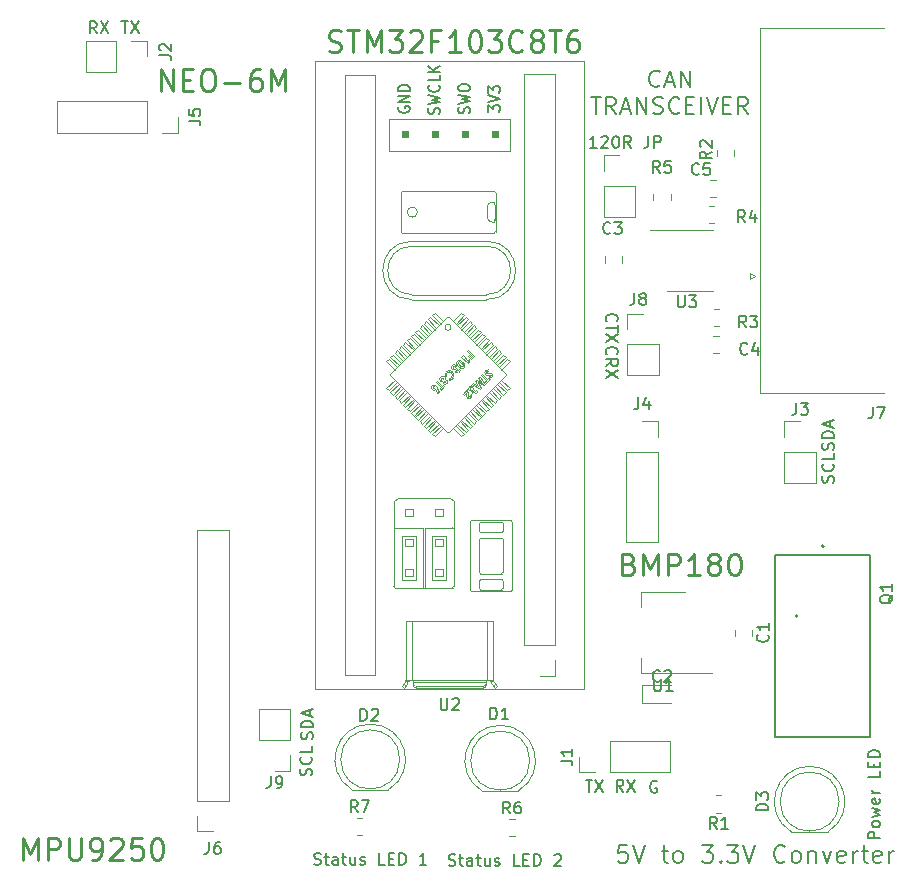
<source format=gbr>
%TF.GenerationSoftware,KiCad,Pcbnew,(6.0.6-0)*%
%TF.CreationDate,2022-07-18T23:44:10+05:30*%
%TF.ProjectId,GPS_INS_PCB,4750535f-494e-4535-9f50-43422e6b6963,rev?*%
%TF.SameCoordinates,Original*%
%TF.FileFunction,Legend,Top*%
%TF.FilePolarity,Positive*%
%FSLAX46Y46*%
G04 Gerber Fmt 4.6, Leading zero omitted, Abs format (unit mm)*
G04 Created by KiCad (PCBNEW (6.0.6-0)) date 2022-07-18 23:44:10*
%MOMM*%
%LPD*%
G01*
G04 APERTURE LIST*
%ADD10C,0.150000*%
%ADD11C,0.250000*%
%ADD12C,0.200000*%
%ADD13C,0.180000*%
%ADD14C,0.120000*%
%ADD15C,0.127000*%
%ADD16C,0.100000*%
G04 APERTURE END LIST*
D10*
X176704761Y-75214285D02*
X176752380Y-75071428D01*
X176752380Y-74833333D01*
X176704761Y-74738095D01*
X176657142Y-74690476D01*
X176561904Y-74642857D01*
X176466666Y-74642857D01*
X176371428Y-74690476D01*
X176323809Y-74738095D01*
X176276190Y-74833333D01*
X176228571Y-75023809D01*
X176180952Y-75119047D01*
X176133333Y-75166666D01*
X176038095Y-75214285D01*
X175942857Y-75214285D01*
X175847619Y-75166666D01*
X175800000Y-75119047D01*
X175752380Y-75023809D01*
X175752380Y-74785714D01*
X175800000Y-74642857D01*
X176752380Y-74214285D02*
X175752380Y-74214285D01*
X175752380Y-73976190D01*
X175800000Y-73833333D01*
X175895238Y-73738095D01*
X175990476Y-73690476D01*
X176180952Y-73642857D01*
X176323809Y-73642857D01*
X176514285Y-73690476D01*
X176609523Y-73738095D01*
X176704761Y-73833333D01*
X176752380Y-73976190D01*
X176752380Y-74214285D01*
X176466666Y-73261904D02*
X176466666Y-72785714D01*
X176752380Y-73357142D02*
X175752380Y-73023809D01*
X176752380Y-72690476D01*
X176704761Y-77990476D02*
X176752380Y-77847619D01*
X176752380Y-77609523D01*
X176704761Y-77514285D01*
X176657142Y-77466666D01*
X176561904Y-77419047D01*
X176466666Y-77419047D01*
X176371428Y-77466666D01*
X176323809Y-77514285D01*
X176276190Y-77609523D01*
X176228571Y-77800000D01*
X176180952Y-77895238D01*
X176133333Y-77942857D01*
X176038095Y-77990476D01*
X175942857Y-77990476D01*
X175847619Y-77942857D01*
X175800000Y-77895238D01*
X175752380Y-77800000D01*
X175752380Y-77561904D01*
X175800000Y-77419047D01*
X176657142Y-76419047D02*
X176704761Y-76466666D01*
X176752380Y-76609523D01*
X176752380Y-76704761D01*
X176704761Y-76847619D01*
X176609523Y-76942857D01*
X176514285Y-76990476D01*
X176323809Y-77038095D01*
X176180952Y-77038095D01*
X175990476Y-76990476D01*
X175895238Y-76942857D01*
X175800000Y-76847619D01*
X175752380Y-76704761D01*
X175752380Y-76609523D01*
X175800000Y-76466666D01*
X175847619Y-76419047D01*
X176752380Y-75514285D02*
X176752380Y-75990476D01*
X175752380Y-75990476D01*
D11*
X159428571Y-84871428D02*
X159685714Y-84957142D01*
X159771428Y-85042857D01*
X159857142Y-85214285D01*
X159857142Y-85471428D01*
X159771428Y-85642857D01*
X159685714Y-85728571D01*
X159514285Y-85814285D01*
X158828571Y-85814285D01*
X158828571Y-84014285D01*
X159428571Y-84014285D01*
X159600000Y-84100000D01*
X159685714Y-84185714D01*
X159771428Y-84357142D01*
X159771428Y-84528571D01*
X159685714Y-84700000D01*
X159600000Y-84785714D01*
X159428571Y-84871428D01*
X158828571Y-84871428D01*
X160628571Y-85814285D02*
X160628571Y-84014285D01*
X161228571Y-85300000D01*
X161828571Y-84014285D01*
X161828571Y-85814285D01*
X162685714Y-85814285D02*
X162685714Y-84014285D01*
X163371428Y-84014285D01*
X163542857Y-84100000D01*
X163628571Y-84185714D01*
X163714285Y-84357142D01*
X163714285Y-84614285D01*
X163628571Y-84785714D01*
X163542857Y-84871428D01*
X163371428Y-84957142D01*
X162685714Y-84957142D01*
X165428571Y-85814285D02*
X164400000Y-85814285D01*
X164914285Y-85814285D02*
X164914285Y-84014285D01*
X164742857Y-84271428D01*
X164571428Y-84442857D01*
X164400000Y-84528571D01*
X166457142Y-84785714D02*
X166285714Y-84700000D01*
X166200000Y-84614285D01*
X166114285Y-84442857D01*
X166114285Y-84357142D01*
X166200000Y-84185714D01*
X166285714Y-84100000D01*
X166457142Y-84014285D01*
X166800000Y-84014285D01*
X166971428Y-84100000D01*
X167057142Y-84185714D01*
X167142857Y-84357142D01*
X167142857Y-84442857D01*
X167057142Y-84614285D01*
X166971428Y-84700000D01*
X166800000Y-84785714D01*
X166457142Y-84785714D01*
X166285714Y-84871428D01*
X166200000Y-84957142D01*
X166114285Y-85128571D01*
X166114285Y-85471428D01*
X166200000Y-85642857D01*
X166285714Y-85728571D01*
X166457142Y-85814285D01*
X166800000Y-85814285D01*
X166971428Y-85728571D01*
X167057142Y-85642857D01*
X167142857Y-85471428D01*
X167142857Y-85128571D01*
X167057142Y-84957142D01*
X166971428Y-84871428D01*
X166800000Y-84785714D01*
X168257142Y-84014285D02*
X168428571Y-84014285D01*
X168600000Y-84100000D01*
X168685714Y-84185714D01*
X168771428Y-84357142D01*
X168857142Y-84700000D01*
X168857142Y-85128571D01*
X168771428Y-85471428D01*
X168685714Y-85642857D01*
X168600000Y-85728571D01*
X168428571Y-85814285D01*
X168257142Y-85814285D01*
X168085714Y-85728571D01*
X168000000Y-85642857D01*
X167914285Y-85471428D01*
X167828571Y-85128571D01*
X167828571Y-84700000D01*
X167914285Y-84357142D01*
X168000000Y-84185714D01*
X168085714Y-84100000D01*
X168257142Y-84014285D01*
D12*
X159242857Y-108678571D02*
X158528571Y-108678571D01*
X158457142Y-109392857D01*
X158528571Y-109321428D01*
X158671428Y-109250000D01*
X159028571Y-109250000D01*
X159171428Y-109321428D01*
X159242857Y-109392857D01*
X159314285Y-109535714D01*
X159314285Y-109892857D01*
X159242857Y-110035714D01*
X159171428Y-110107142D01*
X159028571Y-110178571D01*
X158671428Y-110178571D01*
X158528571Y-110107142D01*
X158457142Y-110035714D01*
X159742857Y-108678571D02*
X160242857Y-110178571D01*
X160742857Y-108678571D01*
X162171428Y-109178571D02*
X162742857Y-109178571D01*
X162385714Y-108678571D02*
X162385714Y-109964285D01*
X162457142Y-110107142D01*
X162600000Y-110178571D01*
X162742857Y-110178571D01*
X163457142Y-110178571D02*
X163314285Y-110107142D01*
X163242857Y-110035714D01*
X163171428Y-109892857D01*
X163171428Y-109464285D01*
X163242857Y-109321428D01*
X163314285Y-109250000D01*
X163457142Y-109178571D01*
X163671428Y-109178571D01*
X163814285Y-109250000D01*
X163885714Y-109321428D01*
X163957142Y-109464285D01*
X163957142Y-109892857D01*
X163885714Y-110035714D01*
X163814285Y-110107142D01*
X163671428Y-110178571D01*
X163457142Y-110178571D01*
X165600000Y-108678571D02*
X166528571Y-108678571D01*
X166028571Y-109250000D01*
X166242857Y-109250000D01*
X166385714Y-109321428D01*
X166457142Y-109392857D01*
X166528571Y-109535714D01*
X166528571Y-109892857D01*
X166457142Y-110035714D01*
X166385714Y-110107142D01*
X166242857Y-110178571D01*
X165814285Y-110178571D01*
X165671428Y-110107142D01*
X165600000Y-110035714D01*
X167171428Y-110035714D02*
X167242857Y-110107142D01*
X167171428Y-110178571D01*
X167100000Y-110107142D01*
X167171428Y-110035714D01*
X167171428Y-110178571D01*
X167742857Y-108678571D02*
X168671428Y-108678571D01*
X168171428Y-109250000D01*
X168385714Y-109250000D01*
X168528571Y-109321428D01*
X168600000Y-109392857D01*
X168671428Y-109535714D01*
X168671428Y-109892857D01*
X168600000Y-110035714D01*
X168528571Y-110107142D01*
X168385714Y-110178571D01*
X167957142Y-110178571D01*
X167814285Y-110107142D01*
X167742857Y-110035714D01*
X169100000Y-108678571D02*
X169600000Y-110178571D01*
X170100000Y-108678571D01*
X172600000Y-110035714D02*
X172528571Y-110107142D01*
X172314285Y-110178571D01*
X172171428Y-110178571D01*
X171957142Y-110107142D01*
X171814285Y-109964285D01*
X171742857Y-109821428D01*
X171671428Y-109535714D01*
X171671428Y-109321428D01*
X171742857Y-109035714D01*
X171814285Y-108892857D01*
X171957142Y-108750000D01*
X172171428Y-108678571D01*
X172314285Y-108678571D01*
X172528571Y-108750000D01*
X172600000Y-108821428D01*
X173457142Y-110178571D02*
X173314285Y-110107142D01*
X173242857Y-110035714D01*
X173171428Y-109892857D01*
X173171428Y-109464285D01*
X173242857Y-109321428D01*
X173314285Y-109250000D01*
X173457142Y-109178571D01*
X173671428Y-109178571D01*
X173814285Y-109250000D01*
X173885714Y-109321428D01*
X173957142Y-109464285D01*
X173957142Y-109892857D01*
X173885714Y-110035714D01*
X173814285Y-110107142D01*
X173671428Y-110178571D01*
X173457142Y-110178571D01*
X174600000Y-109178571D02*
X174600000Y-110178571D01*
X174600000Y-109321428D02*
X174671428Y-109250000D01*
X174814285Y-109178571D01*
X175028571Y-109178571D01*
X175171428Y-109250000D01*
X175242857Y-109392857D01*
X175242857Y-110178571D01*
X175814285Y-109178571D02*
X176171428Y-110178571D01*
X176528571Y-109178571D01*
X177671428Y-110107142D02*
X177528571Y-110178571D01*
X177242857Y-110178571D01*
X177100000Y-110107142D01*
X177028571Y-109964285D01*
X177028571Y-109392857D01*
X177100000Y-109250000D01*
X177242857Y-109178571D01*
X177528571Y-109178571D01*
X177671428Y-109250000D01*
X177742857Y-109392857D01*
X177742857Y-109535714D01*
X177028571Y-109678571D01*
X178385714Y-110178571D02*
X178385714Y-109178571D01*
X178385714Y-109464285D02*
X178457142Y-109321428D01*
X178528571Y-109250000D01*
X178671428Y-109178571D01*
X178814285Y-109178571D01*
X179100000Y-109178571D02*
X179671428Y-109178571D01*
X179314285Y-108678571D02*
X179314285Y-109964285D01*
X179385714Y-110107142D01*
X179528571Y-110178571D01*
X179671428Y-110178571D01*
X180742857Y-110107142D02*
X180600000Y-110178571D01*
X180314285Y-110178571D01*
X180171428Y-110107142D01*
X180100000Y-109964285D01*
X180100000Y-109392857D01*
X180171428Y-109250000D01*
X180314285Y-109178571D01*
X180600000Y-109178571D01*
X180742857Y-109250000D01*
X180814285Y-109392857D01*
X180814285Y-109535714D01*
X180100000Y-109678571D01*
X181457142Y-110178571D02*
X181457142Y-109178571D01*
X181457142Y-109464285D02*
X181528571Y-109321428D01*
X181600000Y-109250000D01*
X181742857Y-109178571D01*
X181885714Y-109178571D01*
D10*
X180652380Y-108114285D02*
X179652380Y-108114285D01*
X179652380Y-107733333D01*
X179700000Y-107638095D01*
X179747619Y-107590476D01*
X179842857Y-107542857D01*
X179985714Y-107542857D01*
X180080952Y-107590476D01*
X180128571Y-107638095D01*
X180176190Y-107733333D01*
X180176190Y-108114285D01*
X180652380Y-106971428D02*
X180604761Y-107066666D01*
X180557142Y-107114285D01*
X180461904Y-107161904D01*
X180176190Y-107161904D01*
X180080952Y-107114285D01*
X180033333Y-107066666D01*
X179985714Y-106971428D01*
X179985714Y-106828571D01*
X180033333Y-106733333D01*
X180080952Y-106685714D01*
X180176190Y-106638095D01*
X180461904Y-106638095D01*
X180557142Y-106685714D01*
X180604761Y-106733333D01*
X180652380Y-106828571D01*
X180652380Y-106971428D01*
X179985714Y-106304761D02*
X180652380Y-106114285D01*
X180176190Y-105923809D01*
X180652380Y-105733333D01*
X179985714Y-105542857D01*
X180604761Y-104780952D02*
X180652380Y-104876190D01*
X180652380Y-105066666D01*
X180604761Y-105161904D01*
X180509523Y-105209523D01*
X180128571Y-105209523D01*
X180033333Y-105161904D01*
X179985714Y-105066666D01*
X179985714Y-104876190D01*
X180033333Y-104780952D01*
X180128571Y-104733333D01*
X180223809Y-104733333D01*
X180319047Y-105209523D01*
X180652380Y-104304761D02*
X179985714Y-104304761D01*
X180176190Y-104304761D02*
X180080952Y-104257142D01*
X180033333Y-104209523D01*
X179985714Y-104114285D01*
X179985714Y-104019047D01*
X180652380Y-102447619D02*
X180652380Y-102923809D01*
X179652380Y-102923809D01*
X180128571Y-102114285D02*
X180128571Y-101780952D01*
X180652380Y-101638095D02*
X180652380Y-102114285D01*
X179652380Y-102114285D01*
X179652380Y-101638095D01*
X180652380Y-101209523D02*
X179652380Y-101209523D01*
X179652380Y-100971428D01*
X179700000Y-100828571D01*
X179795238Y-100733333D01*
X179890476Y-100685714D01*
X180080952Y-100638095D01*
X180223809Y-100638095D01*
X180414285Y-100685714D01*
X180509523Y-100733333D01*
X180604761Y-100828571D01*
X180652380Y-100971428D01*
X180652380Y-101209523D01*
X161761904Y-103300000D02*
X161666666Y-103252380D01*
X161523809Y-103252380D01*
X161380952Y-103300000D01*
X161285714Y-103395238D01*
X161238095Y-103490476D01*
X161190476Y-103680952D01*
X161190476Y-103823809D01*
X161238095Y-104014285D01*
X161285714Y-104109523D01*
X161380952Y-104204761D01*
X161523809Y-104252380D01*
X161619047Y-104252380D01*
X161761904Y-104204761D01*
X161809523Y-104157142D01*
X161809523Y-103823809D01*
X161619047Y-103823809D01*
X158933333Y-104152380D02*
X158600000Y-103676190D01*
X158361904Y-104152380D02*
X158361904Y-103152380D01*
X158742857Y-103152380D01*
X158838095Y-103200000D01*
X158885714Y-103247619D01*
X158933333Y-103342857D01*
X158933333Y-103485714D01*
X158885714Y-103580952D01*
X158838095Y-103628571D01*
X158742857Y-103676190D01*
X158361904Y-103676190D01*
X159266666Y-103152380D02*
X159933333Y-104152380D01*
X159933333Y-103152380D02*
X159266666Y-104152380D01*
X155738095Y-103152380D02*
X156309523Y-103152380D01*
X156023809Y-104152380D02*
X156023809Y-103152380D01*
X156547619Y-103152380D02*
X157214285Y-104152380D01*
X157214285Y-103152380D02*
X156547619Y-104152380D01*
X144138095Y-110404761D02*
X144280952Y-110452380D01*
X144519047Y-110452380D01*
X144614285Y-110404761D01*
X144661904Y-110357142D01*
X144709523Y-110261904D01*
X144709523Y-110166666D01*
X144661904Y-110071428D01*
X144614285Y-110023809D01*
X144519047Y-109976190D01*
X144328571Y-109928571D01*
X144233333Y-109880952D01*
X144185714Y-109833333D01*
X144138095Y-109738095D01*
X144138095Y-109642857D01*
X144185714Y-109547619D01*
X144233333Y-109500000D01*
X144328571Y-109452380D01*
X144566666Y-109452380D01*
X144709523Y-109500000D01*
X144995238Y-109785714D02*
X145376190Y-109785714D01*
X145138095Y-109452380D02*
X145138095Y-110309523D01*
X145185714Y-110404761D01*
X145280952Y-110452380D01*
X145376190Y-110452380D01*
X146138095Y-110452380D02*
X146138095Y-109928571D01*
X146090476Y-109833333D01*
X145995238Y-109785714D01*
X145804761Y-109785714D01*
X145709523Y-109833333D01*
X146138095Y-110404761D02*
X146042857Y-110452380D01*
X145804761Y-110452380D01*
X145709523Y-110404761D01*
X145661904Y-110309523D01*
X145661904Y-110214285D01*
X145709523Y-110119047D01*
X145804761Y-110071428D01*
X146042857Y-110071428D01*
X146138095Y-110023809D01*
X146471428Y-109785714D02*
X146852380Y-109785714D01*
X146614285Y-109452380D02*
X146614285Y-110309523D01*
X146661904Y-110404761D01*
X146757142Y-110452380D01*
X146852380Y-110452380D01*
X147614285Y-109785714D02*
X147614285Y-110452380D01*
X147185714Y-109785714D02*
X147185714Y-110309523D01*
X147233333Y-110404761D01*
X147328571Y-110452380D01*
X147471428Y-110452380D01*
X147566666Y-110404761D01*
X147614285Y-110357142D01*
X148042857Y-110404761D02*
X148138095Y-110452380D01*
X148328571Y-110452380D01*
X148423809Y-110404761D01*
X148471428Y-110309523D01*
X148471428Y-110261904D01*
X148423809Y-110166666D01*
X148328571Y-110119047D01*
X148185714Y-110119047D01*
X148090476Y-110071428D01*
X148042857Y-109976190D01*
X148042857Y-109928571D01*
X148090476Y-109833333D01*
X148185714Y-109785714D01*
X148328571Y-109785714D01*
X148423809Y-109833333D01*
X150138095Y-110452380D02*
X149661904Y-110452380D01*
X149661904Y-109452380D01*
X150471428Y-109928571D02*
X150804761Y-109928571D01*
X150947619Y-110452380D02*
X150471428Y-110452380D01*
X150471428Y-109452380D01*
X150947619Y-109452380D01*
X151376190Y-110452380D02*
X151376190Y-109452380D01*
X151614285Y-109452380D01*
X151757142Y-109500000D01*
X151852380Y-109595238D01*
X151900000Y-109690476D01*
X151947619Y-109880952D01*
X151947619Y-110023809D01*
X151900000Y-110214285D01*
X151852380Y-110309523D01*
X151757142Y-110404761D01*
X151614285Y-110452380D01*
X151376190Y-110452380D01*
X153090476Y-109547619D02*
X153138095Y-109500000D01*
X153233333Y-109452380D01*
X153471428Y-109452380D01*
X153566666Y-109500000D01*
X153614285Y-109547619D01*
X153661904Y-109642857D01*
X153661904Y-109738095D01*
X153614285Y-109880952D01*
X153042857Y-110452380D01*
X153661904Y-110452380D01*
X132738095Y-110304761D02*
X132880952Y-110352380D01*
X133119047Y-110352380D01*
X133214285Y-110304761D01*
X133261904Y-110257142D01*
X133309523Y-110161904D01*
X133309523Y-110066666D01*
X133261904Y-109971428D01*
X133214285Y-109923809D01*
X133119047Y-109876190D01*
X132928571Y-109828571D01*
X132833333Y-109780952D01*
X132785714Y-109733333D01*
X132738095Y-109638095D01*
X132738095Y-109542857D01*
X132785714Y-109447619D01*
X132833333Y-109400000D01*
X132928571Y-109352380D01*
X133166666Y-109352380D01*
X133309523Y-109400000D01*
X133595238Y-109685714D02*
X133976190Y-109685714D01*
X133738095Y-109352380D02*
X133738095Y-110209523D01*
X133785714Y-110304761D01*
X133880952Y-110352380D01*
X133976190Y-110352380D01*
X134738095Y-110352380D02*
X134738095Y-109828571D01*
X134690476Y-109733333D01*
X134595238Y-109685714D01*
X134404761Y-109685714D01*
X134309523Y-109733333D01*
X134738095Y-110304761D02*
X134642857Y-110352380D01*
X134404761Y-110352380D01*
X134309523Y-110304761D01*
X134261904Y-110209523D01*
X134261904Y-110114285D01*
X134309523Y-110019047D01*
X134404761Y-109971428D01*
X134642857Y-109971428D01*
X134738095Y-109923809D01*
X135071428Y-109685714D02*
X135452380Y-109685714D01*
X135214285Y-109352380D02*
X135214285Y-110209523D01*
X135261904Y-110304761D01*
X135357142Y-110352380D01*
X135452380Y-110352380D01*
X136214285Y-109685714D02*
X136214285Y-110352380D01*
X135785714Y-109685714D02*
X135785714Y-110209523D01*
X135833333Y-110304761D01*
X135928571Y-110352380D01*
X136071428Y-110352380D01*
X136166666Y-110304761D01*
X136214285Y-110257142D01*
X136642857Y-110304761D02*
X136738095Y-110352380D01*
X136928571Y-110352380D01*
X137023809Y-110304761D01*
X137071428Y-110209523D01*
X137071428Y-110161904D01*
X137023809Y-110066666D01*
X136928571Y-110019047D01*
X136785714Y-110019047D01*
X136690476Y-109971428D01*
X136642857Y-109876190D01*
X136642857Y-109828571D01*
X136690476Y-109733333D01*
X136785714Y-109685714D01*
X136928571Y-109685714D01*
X137023809Y-109733333D01*
X138738095Y-110352380D02*
X138261904Y-110352380D01*
X138261904Y-109352380D01*
X139071428Y-109828571D02*
X139404761Y-109828571D01*
X139547619Y-110352380D02*
X139071428Y-110352380D01*
X139071428Y-109352380D01*
X139547619Y-109352380D01*
X139976190Y-110352380D02*
X139976190Y-109352380D01*
X140214285Y-109352380D01*
X140357142Y-109400000D01*
X140452380Y-109495238D01*
X140500000Y-109590476D01*
X140547619Y-109780952D01*
X140547619Y-109923809D01*
X140500000Y-110114285D01*
X140452380Y-110209523D01*
X140357142Y-110304761D01*
X140214285Y-110352380D01*
X139976190Y-110352380D01*
X142261904Y-110352380D02*
X141690476Y-110352380D01*
X141976190Y-110352380D02*
X141976190Y-109352380D01*
X141880952Y-109495238D01*
X141785714Y-109590476D01*
X141690476Y-109638095D01*
X132504761Y-102790476D02*
X132552380Y-102647619D01*
X132552380Y-102409523D01*
X132504761Y-102314285D01*
X132457142Y-102266666D01*
X132361904Y-102219047D01*
X132266666Y-102219047D01*
X132171428Y-102266666D01*
X132123809Y-102314285D01*
X132076190Y-102409523D01*
X132028571Y-102600000D01*
X131980952Y-102695238D01*
X131933333Y-102742857D01*
X131838095Y-102790476D01*
X131742857Y-102790476D01*
X131647619Y-102742857D01*
X131600000Y-102695238D01*
X131552380Y-102600000D01*
X131552380Y-102361904D01*
X131600000Y-102219047D01*
X132457142Y-101219047D02*
X132504761Y-101266666D01*
X132552380Y-101409523D01*
X132552380Y-101504761D01*
X132504761Y-101647619D01*
X132409523Y-101742857D01*
X132314285Y-101790476D01*
X132123809Y-101838095D01*
X131980952Y-101838095D01*
X131790476Y-101790476D01*
X131695238Y-101742857D01*
X131600000Y-101647619D01*
X131552380Y-101504761D01*
X131552380Y-101409523D01*
X131600000Y-101266666D01*
X131647619Y-101219047D01*
X132552380Y-100314285D02*
X132552380Y-100790476D01*
X131552380Y-100790476D01*
X132604761Y-99714285D02*
X132652380Y-99571428D01*
X132652380Y-99333333D01*
X132604761Y-99238095D01*
X132557142Y-99190476D01*
X132461904Y-99142857D01*
X132366666Y-99142857D01*
X132271428Y-99190476D01*
X132223809Y-99238095D01*
X132176190Y-99333333D01*
X132128571Y-99523809D01*
X132080952Y-99619047D01*
X132033333Y-99666666D01*
X131938095Y-99714285D01*
X131842857Y-99714285D01*
X131747619Y-99666666D01*
X131700000Y-99619047D01*
X131652380Y-99523809D01*
X131652380Y-99285714D01*
X131700000Y-99142857D01*
X132652380Y-98714285D02*
X131652380Y-98714285D01*
X131652380Y-98476190D01*
X131700000Y-98333333D01*
X131795238Y-98238095D01*
X131890476Y-98190476D01*
X132080952Y-98142857D01*
X132223809Y-98142857D01*
X132414285Y-98190476D01*
X132509523Y-98238095D01*
X132604761Y-98333333D01*
X132652380Y-98476190D01*
X132652380Y-98714285D01*
X132366666Y-97761904D02*
X132366666Y-97285714D01*
X132652380Y-97857142D02*
X131652380Y-97523809D01*
X132652380Y-97190476D01*
D11*
X108128571Y-109914285D02*
X108128571Y-108114285D01*
X108728571Y-109400000D01*
X109328571Y-108114285D01*
X109328571Y-109914285D01*
X110185714Y-109914285D02*
X110185714Y-108114285D01*
X110871428Y-108114285D01*
X111042857Y-108200000D01*
X111128571Y-108285714D01*
X111214285Y-108457142D01*
X111214285Y-108714285D01*
X111128571Y-108885714D01*
X111042857Y-108971428D01*
X110871428Y-109057142D01*
X110185714Y-109057142D01*
X111985714Y-108114285D02*
X111985714Y-109571428D01*
X112071428Y-109742857D01*
X112157142Y-109828571D01*
X112328571Y-109914285D01*
X112671428Y-109914285D01*
X112842857Y-109828571D01*
X112928571Y-109742857D01*
X113014285Y-109571428D01*
X113014285Y-108114285D01*
X113957142Y-109914285D02*
X114300000Y-109914285D01*
X114471428Y-109828571D01*
X114557142Y-109742857D01*
X114728571Y-109485714D01*
X114814285Y-109142857D01*
X114814285Y-108457142D01*
X114728571Y-108285714D01*
X114642857Y-108200000D01*
X114471428Y-108114285D01*
X114128571Y-108114285D01*
X113957142Y-108200000D01*
X113871428Y-108285714D01*
X113785714Y-108457142D01*
X113785714Y-108885714D01*
X113871428Y-109057142D01*
X113957142Y-109142857D01*
X114128571Y-109228571D01*
X114471428Y-109228571D01*
X114642857Y-109142857D01*
X114728571Y-109057142D01*
X114814285Y-108885714D01*
X115500000Y-108285714D02*
X115585714Y-108200000D01*
X115757142Y-108114285D01*
X116185714Y-108114285D01*
X116357142Y-108200000D01*
X116442857Y-108285714D01*
X116528571Y-108457142D01*
X116528571Y-108628571D01*
X116442857Y-108885714D01*
X115414285Y-109914285D01*
X116528571Y-109914285D01*
X118157142Y-108114285D02*
X117300000Y-108114285D01*
X117214285Y-108971428D01*
X117300000Y-108885714D01*
X117471428Y-108800000D01*
X117900000Y-108800000D01*
X118071428Y-108885714D01*
X118157142Y-108971428D01*
X118242857Y-109142857D01*
X118242857Y-109571428D01*
X118157142Y-109742857D01*
X118071428Y-109828571D01*
X117900000Y-109914285D01*
X117471428Y-109914285D01*
X117300000Y-109828571D01*
X117214285Y-109742857D01*
X119357142Y-108114285D02*
X119528571Y-108114285D01*
X119700000Y-108200000D01*
X119785714Y-108285714D01*
X119871428Y-108457142D01*
X119957142Y-108800000D01*
X119957142Y-109228571D01*
X119871428Y-109571428D01*
X119785714Y-109742857D01*
X119700000Y-109828571D01*
X119528571Y-109914285D01*
X119357142Y-109914285D01*
X119185714Y-109828571D01*
X119100000Y-109742857D01*
X119014285Y-109571428D01*
X118928571Y-109228571D01*
X118928571Y-108800000D01*
X119014285Y-108457142D01*
X119100000Y-108285714D01*
X119185714Y-108200000D01*
X119357142Y-108114285D01*
D13*
X162000000Y-44373000D02*
X161933333Y-44439666D01*
X161733333Y-44506333D01*
X161600000Y-44506333D01*
X161400000Y-44439666D01*
X161266666Y-44306333D01*
X161200000Y-44173000D01*
X161133333Y-43906333D01*
X161133333Y-43706333D01*
X161200000Y-43439666D01*
X161266666Y-43306333D01*
X161400000Y-43173000D01*
X161600000Y-43106333D01*
X161733333Y-43106333D01*
X161933333Y-43173000D01*
X162000000Y-43239666D01*
X162533333Y-44106333D02*
X163200000Y-44106333D01*
X162400000Y-44506333D02*
X162866666Y-43106333D01*
X163333333Y-44506333D01*
X163800000Y-44506333D02*
X163800000Y-43106333D01*
X164600000Y-44506333D01*
X164600000Y-43106333D01*
X156200000Y-45360333D02*
X157000000Y-45360333D01*
X156600000Y-46760333D02*
X156600000Y-45360333D01*
X158266666Y-46760333D02*
X157800000Y-46093666D01*
X157466666Y-46760333D02*
X157466666Y-45360333D01*
X158000000Y-45360333D01*
X158133333Y-45427000D01*
X158200000Y-45493666D01*
X158266666Y-45627000D01*
X158266666Y-45827000D01*
X158200000Y-45960333D01*
X158133333Y-46027000D01*
X158000000Y-46093666D01*
X157466666Y-46093666D01*
X158800000Y-46360333D02*
X159466666Y-46360333D01*
X158666666Y-46760333D02*
X159133333Y-45360333D01*
X159600000Y-46760333D01*
X160066666Y-46760333D02*
X160066666Y-45360333D01*
X160866666Y-46760333D01*
X160866666Y-45360333D01*
X161466666Y-46693666D02*
X161666666Y-46760333D01*
X162000000Y-46760333D01*
X162133333Y-46693666D01*
X162200000Y-46627000D01*
X162266666Y-46493666D01*
X162266666Y-46360333D01*
X162200000Y-46227000D01*
X162133333Y-46160333D01*
X162000000Y-46093666D01*
X161733333Y-46027000D01*
X161600000Y-45960333D01*
X161533333Y-45893666D01*
X161466666Y-45760333D01*
X161466666Y-45627000D01*
X161533333Y-45493666D01*
X161600000Y-45427000D01*
X161733333Y-45360333D01*
X162066666Y-45360333D01*
X162266666Y-45427000D01*
X163666666Y-46627000D02*
X163600000Y-46693666D01*
X163400000Y-46760333D01*
X163266666Y-46760333D01*
X163066666Y-46693666D01*
X162933333Y-46560333D01*
X162866666Y-46427000D01*
X162800000Y-46160333D01*
X162800000Y-45960333D01*
X162866666Y-45693666D01*
X162933333Y-45560333D01*
X163066666Y-45427000D01*
X163266666Y-45360333D01*
X163400000Y-45360333D01*
X163600000Y-45427000D01*
X163666666Y-45493666D01*
X164266666Y-46027000D02*
X164733333Y-46027000D01*
X164933333Y-46760333D02*
X164266666Y-46760333D01*
X164266666Y-45360333D01*
X164933333Y-45360333D01*
X165533333Y-46760333D02*
X165533333Y-45360333D01*
X166000000Y-45360333D02*
X166466666Y-46760333D01*
X166933333Y-45360333D01*
X167400000Y-46027000D02*
X167866666Y-46027000D01*
X168066666Y-46760333D02*
X167400000Y-46760333D01*
X167400000Y-45360333D01*
X168066666Y-45360333D01*
X169466666Y-46760333D02*
X169000000Y-46093666D01*
X168666666Y-46760333D02*
X168666666Y-45360333D01*
X169200000Y-45360333D01*
X169333333Y-45427000D01*
X169400000Y-45493666D01*
X169466666Y-45627000D01*
X169466666Y-45827000D01*
X169400000Y-45960333D01*
X169333333Y-46027000D01*
X169200000Y-46093666D01*
X168666666Y-46093666D01*
D10*
X157542857Y-67133333D02*
X157495238Y-67085714D01*
X157447619Y-66942857D01*
X157447619Y-66847619D01*
X157495238Y-66704761D01*
X157590476Y-66609523D01*
X157685714Y-66561904D01*
X157876190Y-66514285D01*
X158019047Y-66514285D01*
X158209523Y-66561904D01*
X158304761Y-66609523D01*
X158400000Y-66704761D01*
X158447619Y-66847619D01*
X158447619Y-66942857D01*
X158400000Y-67085714D01*
X158352380Y-67133333D01*
X157447619Y-68133333D02*
X157923809Y-67800000D01*
X157447619Y-67561904D02*
X158447619Y-67561904D01*
X158447619Y-67942857D01*
X158400000Y-68038095D01*
X158352380Y-68085714D01*
X158257142Y-68133333D01*
X158114285Y-68133333D01*
X158019047Y-68085714D01*
X157971428Y-68038095D01*
X157923809Y-67942857D01*
X157923809Y-67561904D01*
X158447619Y-68466666D02*
X157447619Y-69133333D01*
X158447619Y-69133333D02*
X157447619Y-68466666D01*
X157542857Y-64352380D02*
X157495238Y-64304761D01*
X157447619Y-64161904D01*
X157447619Y-64066666D01*
X157495238Y-63923809D01*
X157590476Y-63828571D01*
X157685714Y-63780952D01*
X157876190Y-63733333D01*
X158019047Y-63733333D01*
X158209523Y-63780952D01*
X158304761Y-63828571D01*
X158400000Y-63923809D01*
X158447619Y-64066666D01*
X158447619Y-64161904D01*
X158400000Y-64304761D01*
X158352380Y-64352380D01*
X158447619Y-64638095D02*
X158447619Y-65209523D01*
X157447619Y-64923809D02*
X158447619Y-64923809D01*
X158447619Y-65447619D02*
X157447619Y-66114285D01*
X158447619Y-66114285D02*
X157447619Y-65447619D01*
D11*
X134014285Y-41428571D02*
X134271428Y-41514285D01*
X134700000Y-41514285D01*
X134871428Y-41428571D01*
X134957142Y-41342857D01*
X135042857Y-41171428D01*
X135042857Y-41000000D01*
X134957142Y-40828571D01*
X134871428Y-40742857D01*
X134700000Y-40657142D01*
X134357142Y-40571428D01*
X134185714Y-40485714D01*
X134100000Y-40400000D01*
X134014285Y-40228571D01*
X134014285Y-40057142D01*
X134100000Y-39885714D01*
X134185714Y-39800000D01*
X134357142Y-39714285D01*
X134785714Y-39714285D01*
X135042857Y-39800000D01*
X135557142Y-39714285D02*
X136585714Y-39714285D01*
X136071428Y-41514285D02*
X136071428Y-39714285D01*
X137185714Y-41514285D02*
X137185714Y-39714285D01*
X137785714Y-41000000D01*
X138385714Y-39714285D01*
X138385714Y-41514285D01*
X139071428Y-39714285D02*
X140185714Y-39714285D01*
X139585714Y-40400000D01*
X139842857Y-40400000D01*
X140014285Y-40485714D01*
X140100000Y-40571428D01*
X140185714Y-40742857D01*
X140185714Y-41171428D01*
X140100000Y-41342857D01*
X140014285Y-41428571D01*
X139842857Y-41514285D01*
X139328571Y-41514285D01*
X139157142Y-41428571D01*
X139071428Y-41342857D01*
X140871428Y-39885714D02*
X140957142Y-39800000D01*
X141128571Y-39714285D01*
X141557142Y-39714285D01*
X141728571Y-39800000D01*
X141814285Y-39885714D01*
X141900000Y-40057142D01*
X141900000Y-40228571D01*
X141814285Y-40485714D01*
X140785714Y-41514285D01*
X141900000Y-41514285D01*
X143271428Y-40571428D02*
X142671428Y-40571428D01*
X142671428Y-41514285D02*
X142671428Y-39714285D01*
X143528571Y-39714285D01*
X145157142Y-41514285D02*
X144128571Y-41514285D01*
X144642857Y-41514285D02*
X144642857Y-39714285D01*
X144471428Y-39971428D01*
X144300000Y-40142857D01*
X144128571Y-40228571D01*
X146271428Y-39714285D02*
X146442857Y-39714285D01*
X146614285Y-39800000D01*
X146700000Y-39885714D01*
X146785714Y-40057142D01*
X146871428Y-40400000D01*
X146871428Y-40828571D01*
X146785714Y-41171428D01*
X146700000Y-41342857D01*
X146614285Y-41428571D01*
X146442857Y-41514285D01*
X146271428Y-41514285D01*
X146100000Y-41428571D01*
X146014285Y-41342857D01*
X145928571Y-41171428D01*
X145842857Y-40828571D01*
X145842857Y-40400000D01*
X145928571Y-40057142D01*
X146014285Y-39885714D01*
X146100000Y-39800000D01*
X146271428Y-39714285D01*
X147471428Y-39714285D02*
X148585714Y-39714285D01*
X147985714Y-40400000D01*
X148242857Y-40400000D01*
X148414285Y-40485714D01*
X148500000Y-40571428D01*
X148585714Y-40742857D01*
X148585714Y-41171428D01*
X148500000Y-41342857D01*
X148414285Y-41428571D01*
X148242857Y-41514285D01*
X147728571Y-41514285D01*
X147557142Y-41428571D01*
X147471428Y-41342857D01*
X150385714Y-41342857D02*
X150300000Y-41428571D01*
X150042857Y-41514285D01*
X149871428Y-41514285D01*
X149614285Y-41428571D01*
X149442857Y-41257142D01*
X149357142Y-41085714D01*
X149271428Y-40742857D01*
X149271428Y-40485714D01*
X149357142Y-40142857D01*
X149442857Y-39971428D01*
X149614285Y-39800000D01*
X149871428Y-39714285D01*
X150042857Y-39714285D01*
X150300000Y-39800000D01*
X150385714Y-39885714D01*
X151414285Y-40485714D02*
X151242857Y-40400000D01*
X151157142Y-40314285D01*
X151071428Y-40142857D01*
X151071428Y-40057142D01*
X151157142Y-39885714D01*
X151242857Y-39800000D01*
X151414285Y-39714285D01*
X151757142Y-39714285D01*
X151928571Y-39800000D01*
X152014285Y-39885714D01*
X152100000Y-40057142D01*
X152100000Y-40142857D01*
X152014285Y-40314285D01*
X151928571Y-40400000D01*
X151757142Y-40485714D01*
X151414285Y-40485714D01*
X151242857Y-40571428D01*
X151157142Y-40657142D01*
X151071428Y-40828571D01*
X151071428Y-41171428D01*
X151157142Y-41342857D01*
X151242857Y-41428571D01*
X151414285Y-41514285D01*
X151757142Y-41514285D01*
X151928571Y-41428571D01*
X152014285Y-41342857D01*
X152100000Y-41171428D01*
X152100000Y-40828571D01*
X152014285Y-40657142D01*
X151928571Y-40571428D01*
X151757142Y-40485714D01*
X152614285Y-39714285D02*
X153642857Y-39714285D01*
X153128571Y-41514285D02*
X153128571Y-39714285D01*
X155014285Y-39714285D02*
X154671428Y-39714285D01*
X154500000Y-39800000D01*
X154414285Y-39885714D01*
X154242857Y-40142857D01*
X154157142Y-40485714D01*
X154157142Y-41171428D01*
X154242857Y-41342857D01*
X154328571Y-41428571D01*
X154500000Y-41514285D01*
X154842857Y-41514285D01*
X155014285Y-41428571D01*
X155100000Y-41342857D01*
X155185714Y-41171428D01*
X155185714Y-40742857D01*
X155100000Y-40571428D01*
X155014285Y-40485714D01*
X154842857Y-40400000D01*
X154500000Y-40400000D01*
X154328571Y-40485714D01*
X154242857Y-40571428D01*
X154157142Y-40742857D01*
X119742857Y-44814285D02*
X119742857Y-43014285D01*
X120771428Y-44814285D01*
X120771428Y-43014285D01*
X121628571Y-43871428D02*
X122228571Y-43871428D01*
X122485714Y-44814285D02*
X121628571Y-44814285D01*
X121628571Y-43014285D01*
X122485714Y-43014285D01*
X123600000Y-43014285D02*
X123942857Y-43014285D01*
X124114285Y-43100000D01*
X124285714Y-43271428D01*
X124371428Y-43614285D01*
X124371428Y-44214285D01*
X124285714Y-44557142D01*
X124114285Y-44728571D01*
X123942857Y-44814285D01*
X123600000Y-44814285D01*
X123428571Y-44728571D01*
X123257142Y-44557142D01*
X123171428Y-44214285D01*
X123171428Y-43614285D01*
X123257142Y-43271428D01*
X123428571Y-43100000D01*
X123600000Y-43014285D01*
X125142857Y-44128571D02*
X126514285Y-44128571D01*
X128142857Y-43014285D02*
X127800000Y-43014285D01*
X127628571Y-43100000D01*
X127542857Y-43185714D01*
X127371428Y-43442857D01*
X127285714Y-43785714D01*
X127285714Y-44471428D01*
X127371428Y-44642857D01*
X127457142Y-44728571D01*
X127628571Y-44814285D01*
X127971428Y-44814285D01*
X128142857Y-44728571D01*
X128228571Y-44642857D01*
X128314285Y-44471428D01*
X128314285Y-44042857D01*
X128228571Y-43871428D01*
X128142857Y-43785714D01*
X127971428Y-43700000D01*
X127628571Y-43700000D01*
X127457142Y-43785714D01*
X127371428Y-43871428D01*
X127285714Y-44042857D01*
X129085714Y-44814285D02*
X129085714Y-43014285D01*
X129685714Y-44300000D01*
X130285714Y-43014285D01*
X130285714Y-44814285D01*
D10*
X116438095Y-38952380D02*
X117009523Y-38952380D01*
X116723809Y-39952380D02*
X116723809Y-38952380D01*
X117247619Y-38952380D02*
X117914285Y-39952380D01*
X117914285Y-38952380D02*
X117247619Y-39952380D01*
X114333333Y-39952380D02*
X114000000Y-39476190D01*
X113761904Y-39952380D02*
X113761904Y-38952380D01*
X114142857Y-38952380D01*
X114238095Y-39000000D01*
X114285714Y-39047619D01*
X114333333Y-39142857D01*
X114333333Y-39285714D01*
X114285714Y-39380952D01*
X114238095Y-39428571D01*
X114142857Y-39476190D01*
X113761904Y-39476190D01*
X114666666Y-38952380D02*
X115333333Y-39952380D01*
X115333333Y-38952380D02*
X114666666Y-39952380D01*
%TO.C,D3*%
X171192380Y-105743095D02*
X170192380Y-105743095D01*
X170192380Y-105505000D01*
X170240000Y-105362142D01*
X170335238Y-105266904D01*
X170430476Y-105219285D01*
X170620952Y-105171666D01*
X170763809Y-105171666D01*
X170954285Y-105219285D01*
X171049523Y-105266904D01*
X171144761Y-105362142D01*
X171192380Y-105505000D01*
X171192380Y-105743095D01*
X170192380Y-104838333D02*
X170192380Y-104219285D01*
X170573333Y-104552619D01*
X170573333Y-104409761D01*
X170620952Y-104314523D01*
X170668571Y-104266904D01*
X170763809Y-104219285D01*
X171001904Y-104219285D01*
X171097142Y-104266904D01*
X171144761Y-104314523D01*
X171192380Y-104409761D01*
X171192380Y-104695476D01*
X171144761Y-104790714D01*
X171097142Y-104838333D01*
%TO.C,120R JP*%
X156671428Y-49652380D02*
X156100000Y-49652380D01*
X156385714Y-49652380D02*
X156385714Y-48652380D01*
X156290476Y-48795238D01*
X156195238Y-48890476D01*
X156100000Y-48938095D01*
X157052380Y-48747619D02*
X157100000Y-48700000D01*
X157195238Y-48652380D01*
X157433333Y-48652380D01*
X157528571Y-48700000D01*
X157576190Y-48747619D01*
X157623809Y-48842857D01*
X157623809Y-48938095D01*
X157576190Y-49080952D01*
X157004761Y-49652380D01*
X157623809Y-49652380D01*
X158242857Y-48652380D02*
X158338095Y-48652380D01*
X158433333Y-48700000D01*
X158480952Y-48747619D01*
X158528571Y-48842857D01*
X158576190Y-49033333D01*
X158576190Y-49271428D01*
X158528571Y-49461904D01*
X158480952Y-49557142D01*
X158433333Y-49604761D01*
X158338095Y-49652380D01*
X158242857Y-49652380D01*
X158147619Y-49604761D01*
X158100000Y-49557142D01*
X158052380Y-49461904D01*
X158004761Y-49271428D01*
X158004761Y-49033333D01*
X158052380Y-48842857D01*
X158100000Y-48747619D01*
X158147619Y-48700000D01*
X158242857Y-48652380D01*
X159576190Y-49652380D02*
X159242857Y-49176190D01*
X159004761Y-49652380D02*
X159004761Y-48652380D01*
X159385714Y-48652380D01*
X159480952Y-48700000D01*
X159528571Y-48747619D01*
X159576190Y-48842857D01*
X159576190Y-48985714D01*
X159528571Y-49080952D01*
X159480952Y-49128571D01*
X159385714Y-49176190D01*
X159004761Y-49176190D01*
X161052380Y-48652380D02*
X161052380Y-49366666D01*
X161004761Y-49509523D01*
X160909523Y-49604761D01*
X160766666Y-49652380D01*
X160671428Y-49652380D01*
X161528571Y-49652380D02*
X161528571Y-48652380D01*
X161909523Y-48652380D01*
X162004761Y-48700000D01*
X162052380Y-48747619D01*
X162100000Y-48842857D01*
X162100000Y-48985714D01*
X162052380Y-49080952D01*
X162004761Y-49128571D01*
X161909523Y-49176190D01*
X161528571Y-49176190D01*
%TO.C,U3*%
X163538095Y-62152380D02*
X163538095Y-62961904D01*
X163585714Y-63057142D01*
X163633333Y-63104761D01*
X163728571Y-63152380D01*
X163919047Y-63152380D01*
X164014285Y-63104761D01*
X164061904Y-63057142D01*
X164109523Y-62961904D01*
X164109523Y-62152380D01*
X164490476Y-62152380D02*
X165109523Y-62152380D01*
X164776190Y-62533333D01*
X164919047Y-62533333D01*
X165014285Y-62580952D01*
X165061904Y-62628571D01*
X165109523Y-62723809D01*
X165109523Y-62961904D01*
X165061904Y-63057142D01*
X165014285Y-63104761D01*
X164919047Y-63152380D01*
X164633333Y-63152380D01*
X164538095Y-63104761D01*
X164490476Y-63057142D01*
%TO.C,R7*%
X136433333Y-105902380D02*
X136100000Y-105426190D01*
X135861904Y-105902380D02*
X135861904Y-104902380D01*
X136242857Y-104902380D01*
X136338095Y-104950000D01*
X136385714Y-104997619D01*
X136433333Y-105092857D01*
X136433333Y-105235714D01*
X136385714Y-105330952D01*
X136338095Y-105378571D01*
X136242857Y-105426190D01*
X135861904Y-105426190D01*
X136766666Y-104902380D02*
X137433333Y-104902380D01*
X137004761Y-105902380D01*
%TO.C,R6*%
X149333333Y-106002380D02*
X149000000Y-105526190D01*
X148761904Y-106002380D02*
X148761904Y-105002380D01*
X149142857Y-105002380D01*
X149238095Y-105050000D01*
X149285714Y-105097619D01*
X149333333Y-105192857D01*
X149333333Y-105335714D01*
X149285714Y-105430952D01*
X149238095Y-105478571D01*
X149142857Y-105526190D01*
X148761904Y-105526190D01*
X150190476Y-105002380D02*
X150000000Y-105002380D01*
X149904761Y-105050000D01*
X149857142Y-105097619D01*
X149761904Y-105240476D01*
X149714285Y-105430952D01*
X149714285Y-105811904D01*
X149761904Y-105907142D01*
X149809523Y-105954761D01*
X149904761Y-106002380D01*
X150095238Y-106002380D01*
X150190476Y-105954761D01*
X150238095Y-105907142D01*
X150285714Y-105811904D01*
X150285714Y-105573809D01*
X150238095Y-105478571D01*
X150190476Y-105430952D01*
X150095238Y-105383333D01*
X149904761Y-105383333D01*
X149809523Y-105430952D01*
X149761904Y-105478571D01*
X149714285Y-105573809D01*
%TO.C,R5*%
X162033333Y-51752380D02*
X161700000Y-51276190D01*
X161461904Y-51752380D02*
X161461904Y-50752380D01*
X161842857Y-50752380D01*
X161938095Y-50800000D01*
X161985714Y-50847619D01*
X162033333Y-50942857D01*
X162033333Y-51085714D01*
X161985714Y-51180952D01*
X161938095Y-51228571D01*
X161842857Y-51276190D01*
X161461904Y-51276190D01*
X162938095Y-50752380D02*
X162461904Y-50752380D01*
X162414285Y-51228571D01*
X162461904Y-51180952D01*
X162557142Y-51133333D01*
X162795238Y-51133333D01*
X162890476Y-51180952D01*
X162938095Y-51228571D01*
X162985714Y-51323809D01*
X162985714Y-51561904D01*
X162938095Y-51657142D01*
X162890476Y-51704761D01*
X162795238Y-51752380D01*
X162557142Y-51752380D01*
X162461904Y-51704761D01*
X162414285Y-51657142D01*
%TO.C,R4*%
X169233333Y-55952380D02*
X168900000Y-55476190D01*
X168661904Y-55952380D02*
X168661904Y-54952380D01*
X169042857Y-54952380D01*
X169138095Y-55000000D01*
X169185714Y-55047619D01*
X169233333Y-55142857D01*
X169233333Y-55285714D01*
X169185714Y-55380952D01*
X169138095Y-55428571D01*
X169042857Y-55476190D01*
X168661904Y-55476190D01*
X170090476Y-55285714D02*
X170090476Y-55952380D01*
X169852380Y-54904761D02*
X169614285Y-55619047D01*
X170233333Y-55619047D01*
%TO.C,R3*%
X169333333Y-64852380D02*
X169000000Y-64376190D01*
X168761904Y-64852380D02*
X168761904Y-63852380D01*
X169142857Y-63852380D01*
X169238095Y-63900000D01*
X169285714Y-63947619D01*
X169333333Y-64042857D01*
X169333333Y-64185714D01*
X169285714Y-64280952D01*
X169238095Y-64328571D01*
X169142857Y-64376190D01*
X168761904Y-64376190D01*
X169666666Y-63852380D02*
X170285714Y-63852380D01*
X169952380Y-64233333D01*
X170095238Y-64233333D01*
X170190476Y-64280952D01*
X170238095Y-64328571D01*
X170285714Y-64423809D01*
X170285714Y-64661904D01*
X170238095Y-64757142D01*
X170190476Y-64804761D01*
X170095238Y-64852380D01*
X169809523Y-64852380D01*
X169714285Y-64804761D01*
X169666666Y-64757142D01*
%TO.C,R2*%
X166402380Y-49966666D02*
X165926190Y-50300000D01*
X166402380Y-50538095D02*
X165402380Y-50538095D01*
X165402380Y-50157142D01*
X165450000Y-50061904D01*
X165497619Y-50014285D01*
X165592857Y-49966666D01*
X165735714Y-49966666D01*
X165830952Y-50014285D01*
X165878571Y-50061904D01*
X165926190Y-50157142D01*
X165926190Y-50538095D01*
X165497619Y-49585714D02*
X165450000Y-49538095D01*
X165402380Y-49442857D01*
X165402380Y-49204761D01*
X165450000Y-49109523D01*
X165497619Y-49061904D01*
X165592857Y-49014285D01*
X165688095Y-49014285D01*
X165830952Y-49061904D01*
X166402380Y-49633333D01*
X166402380Y-49014285D01*
%TO.C,Q1*%
X181745119Y-87487738D02*
X181697500Y-87582976D01*
X181602261Y-87678214D01*
X181459404Y-87821071D01*
X181411785Y-87916309D01*
X181411785Y-88011547D01*
X181649880Y-87963928D02*
X181602261Y-88059166D01*
X181507023Y-88154404D01*
X181316547Y-88202023D01*
X180983214Y-88202023D01*
X180792738Y-88154404D01*
X180697500Y-88059166D01*
X180649880Y-87963928D01*
X180649880Y-87773452D01*
X180697500Y-87678214D01*
X180792738Y-87582976D01*
X180983214Y-87535357D01*
X181316547Y-87535357D01*
X181507023Y-87582976D01*
X181602261Y-87678214D01*
X181649880Y-87773452D01*
X181649880Y-87963928D01*
X181649880Y-86582976D02*
X181649880Y-87154404D01*
X181649880Y-86868690D02*
X180649880Y-86868690D01*
X180792738Y-86963928D01*
X180887976Y-87059166D01*
X180935595Y-87154404D01*
%TO.C,J9*%
X129066666Y-102857380D02*
X129066666Y-103571666D01*
X129019047Y-103714523D01*
X128923809Y-103809761D01*
X128780952Y-103857380D01*
X128685714Y-103857380D01*
X129590476Y-103857380D02*
X129780952Y-103857380D01*
X129876190Y-103809761D01*
X129923809Y-103762142D01*
X130019047Y-103619285D01*
X130066666Y-103428809D01*
X130066666Y-103047857D01*
X130019047Y-102952619D01*
X129971428Y-102905000D01*
X129876190Y-102857380D01*
X129685714Y-102857380D01*
X129590476Y-102905000D01*
X129542857Y-102952619D01*
X129495238Y-103047857D01*
X129495238Y-103285952D01*
X129542857Y-103381190D01*
X129590476Y-103428809D01*
X129685714Y-103476428D01*
X129876190Y-103476428D01*
X129971428Y-103428809D01*
X130019047Y-103381190D01*
X130066666Y-103285952D01*
%TO.C,J8*%
X159866666Y-61952380D02*
X159866666Y-62666666D01*
X159819047Y-62809523D01*
X159723809Y-62904761D01*
X159580952Y-62952380D01*
X159485714Y-62952380D01*
X160485714Y-62380952D02*
X160390476Y-62333333D01*
X160342857Y-62285714D01*
X160295238Y-62190476D01*
X160295238Y-62142857D01*
X160342857Y-62047619D01*
X160390476Y-62000000D01*
X160485714Y-61952380D01*
X160676190Y-61952380D01*
X160771428Y-62000000D01*
X160819047Y-62047619D01*
X160866666Y-62142857D01*
X160866666Y-62190476D01*
X160819047Y-62285714D01*
X160771428Y-62333333D01*
X160676190Y-62380952D01*
X160485714Y-62380952D01*
X160390476Y-62428571D01*
X160342857Y-62476190D01*
X160295238Y-62571428D01*
X160295238Y-62761904D01*
X160342857Y-62857142D01*
X160390476Y-62904761D01*
X160485714Y-62952380D01*
X160676190Y-62952380D01*
X160771428Y-62904761D01*
X160819047Y-62857142D01*
X160866666Y-62761904D01*
X160866666Y-62571428D01*
X160819047Y-62476190D01*
X160771428Y-62428571D01*
X160676190Y-62380952D01*
%TO.C,J3*%
X173566666Y-71247380D02*
X173566666Y-71961666D01*
X173519047Y-72104523D01*
X173423809Y-72199761D01*
X173280952Y-72247380D01*
X173185714Y-72247380D01*
X173947619Y-71247380D02*
X174566666Y-71247380D01*
X174233333Y-71628333D01*
X174376190Y-71628333D01*
X174471428Y-71675952D01*
X174519047Y-71723571D01*
X174566666Y-71818809D01*
X174566666Y-72056904D01*
X174519047Y-72152142D01*
X174471428Y-72199761D01*
X174376190Y-72247380D01*
X174090476Y-72247380D01*
X173995238Y-72199761D01*
X173947619Y-72152142D01*
%TO.C,J2*%
X119652380Y-41833333D02*
X120366666Y-41833333D01*
X120509523Y-41880952D01*
X120604761Y-41976190D01*
X120652380Y-42119047D01*
X120652380Y-42214285D01*
X119747619Y-41404761D02*
X119700000Y-41357142D01*
X119652380Y-41261904D01*
X119652380Y-41023809D01*
X119700000Y-40928571D01*
X119747619Y-40880952D01*
X119842857Y-40833333D01*
X119938095Y-40833333D01*
X120080952Y-40880952D01*
X120652380Y-41452380D01*
X120652380Y-40833333D01*
%TO.C,J1*%
X153622380Y-101533333D02*
X154336666Y-101533333D01*
X154479523Y-101580952D01*
X154574761Y-101676190D01*
X154622380Y-101819047D01*
X154622380Y-101914285D01*
X154622380Y-100533333D02*
X154622380Y-101104761D01*
X154622380Y-100819047D02*
X153622380Y-100819047D01*
X153765238Y-100914285D01*
X153860476Y-101009523D01*
X153908095Y-101104761D01*
%TO.C,D2*%
X136661904Y-98152380D02*
X136661904Y-97152380D01*
X136900000Y-97152380D01*
X137042857Y-97200000D01*
X137138095Y-97295238D01*
X137185714Y-97390476D01*
X137233333Y-97580952D01*
X137233333Y-97723809D01*
X137185714Y-97914285D01*
X137138095Y-98009523D01*
X137042857Y-98104761D01*
X136900000Y-98152380D01*
X136661904Y-98152380D01*
X137614285Y-97247619D02*
X137661904Y-97200000D01*
X137757142Y-97152380D01*
X137995238Y-97152380D01*
X138090476Y-97200000D01*
X138138095Y-97247619D01*
X138185714Y-97342857D01*
X138185714Y-97438095D01*
X138138095Y-97580952D01*
X137566666Y-98152380D01*
X138185714Y-98152380D01*
%TO.C,D1*%
X147661904Y-98052380D02*
X147661904Y-97052380D01*
X147900000Y-97052380D01*
X148042857Y-97100000D01*
X148138095Y-97195238D01*
X148185714Y-97290476D01*
X148233333Y-97480952D01*
X148233333Y-97623809D01*
X148185714Y-97814285D01*
X148138095Y-97909523D01*
X148042857Y-98004761D01*
X147900000Y-98052380D01*
X147661904Y-98052380D01*
X149185714Y-98052380D02*
X148614285Y-98052380D01*
X148900000Y-98052380D02*
X148900000Y-97052380D01*
X148804761Y-97195238D01*
X148709523Y-97290476D01*
X148614285Y-97338095D01*
%TO.C,C5*%
X165333333Y-51857142D02*
X165285714Y-51904761D01*
X165142857Y-51952380D01*
X165047619Y-51952380D01*
X164904761Y-51904761D01*
X164809523Y-51809523D01*
X164761904Y-51714285D01*
X164714285Y-51523809D01*
X164714285Y-51380952D01*
X164761904Y-51190476D01*
X164809523Y-51095238D01*
X164904761Y-51000000D01*
X165047619Y-50952380D01*
X165142857Y-50952380D01*
X165285714Y-51000000D01*
X165333333Y-51047619D01*
X166238095Y-50952380D02*
X165761904Y-50952380D01*
X165714285Y-51428571D01*
X165761904Y-51380952D01*
X165857142Y-51333333D01*
X166095238Y-51333333D01*
X166190476Y-51380952D01*
X166238095Y-51428571D01*
X166285714Y-51523809D01*
X166285714Y-51761904D01*
X166238095Y-51857142D01*
X166190476Y-51904761D01*
X166095238Y-51952380D01*
X165857142Y-51952380D01*
X165761904Y-51904761D01*
X165714285Y-51857142D01*
%TO.C,C4*%
X169433333Y-67057142D02*
X169385714Y-67104761D01*
X169242857Y-67152380D01*
X169147619Y-67152380D01*
X169004761Y-67104761D01*
X168909523Y-67009523D01*
X168861904Y-66914285D01*
X168814285Y-66723809D01*
X168814285Y-66580952D01*
X168861904Y-66390476D01*
X168909523Y-66295238D01*
X169004761Y-66200000D01*
X169147619Y-66152380D01*
X169242857Y-66152380D01*
X169385714Y-66200000D01*
X169433333Y-66247619D01*
X170290476Y-66485714D02*
X170290476Y-67152380D01*
X170052380Y-66104761D02*
X169814285Y-66819047D01*
X170433333Y-66819047D01*
%TO.C,C3*%
X157833333Y-56857142D02*
X157785714Y-56904761D01*
X157642857Y-56952380D01*
X157547619Y-56952380D01*
X157404761Y-56904761D01*
X157309523Y-56809523D01*
X157261904Y-56714285D01*
X157214285Y-56523809D01*
X157214285Y-56380952D01*
X157261904Y-56190476D01*
X157309523Y-56095238D01*
X157404761Y-56000000D01*
X157547619Y-55952380D01*
X157642857Y-55952380D01*
X157785714Y-56000000D01*
X157833333Y-56047619D01*
X158166666Y-55952380D02*
X158785714Y-55952380D01*
X158452380Y-56333333D01*
X158595238Y-56333333D01*
X158690476Y-56380952D01*
X158738095Y-56428571D01*
X158785714Y-56523809D01*
X158785714Y-56761904D01*
X158738095Y-56857142D01*
X158690476Y-56904761D01*
X158595238Y-56952380D01*
X158309523Y-56952380D01*
X158214285Y-56904761D01*
X158166666Y-56857142D01*
%TO.C,C2*%
X162033333Y-94777142D02*
X161985714Y-94824761D01*
X161842857Y-94872380D01*
X161747619Y-94872380D01*
X161604761Y-94824761D01*
X161509523Y-94729523D01*
X161461904Y-94634285D01*
X161414285Y-94443809D01*
X161414285Y-94300952D01*
X161461904Y-94110476D01*
X161509523Y-94015238D01*
X161604761Y-93920000D01*
X161747619Y-93872380D01*
X161842857Y-93872380D01*
X161985714Y-93920000D01*
X162033333Y-93967619D01*
X162414285Y-93967619D02*
X162461904Y-93920000D01*
X162557142Y-93872380D01*
X162795238Y-93872380D01*
X162890476Y-93920000D01*
X162938095Y-93967619D01*
X162985714Y-94062857D01*
X162985714Y-94158095D01*
X162938095Y-94300952D01*
X162366666Y-94872380D01*
X162985714Y-94872380D01*
%TO.C,C1*%
X171137142Y-90866666D02*
X171184761Y-90914285D01*
X171232380Y-91057142D01*
X171232380Y-91152380D01*
X171184761Y-91295238D01*
X171089523Y-91390476D01*
X170994285Y-91438095D01*
X170803809Y-91485714D01*
X170660952Y-91485714D01*
X170470476Y-91438095D01*
X170375238Y-91390476D01*
X170280000Y-91295238D01*
X170232380Y-91152380D01*
X170232380Y-91057142D01*
X170280000Y-90914285D01*
X170327619Y-90866666D01*
X171232380Y-89914285D02*
X171232380Y-90485714D01*
X171232380Y-90200000D02*
X170232380Y-90200000D01*
X170375238Y-90295238D01*
X170470476Y-90390476D01*
X170518095Y-90485714D01*
%TO.C,U2*%
X143458095Y-96262380D02*
X143458095Y-97071904D01*
X143505714Y-97167142D01*
X143553333Y-97214761D01*
X143648571Y-97262380D01*
X143839047Y-97262380D01*
X143934285Y-97214761D01*
X143981904Y-97167142D01*
X144029523Y-97071904D01*
X144029523Y-96262380D01*
X144458095Y-96357619D02*
X144505714Y-96310000D01*
X144600952Y-96262380D01*
X144839047Y-96262380D01*
X144934285Y-96310000D01*
X144981904Y-96357619D01*
X145029523Y-96452857D01*
X145029523Y-96548095D01*
X144981904Y-96690952D01*
X144410476Y-97262380D01*
X145029523Y-97262380D01*
X147482380Y-46616285D02*
X147482380Y-46059142D01*
X147863333Y-46359142D01*
X147863333Y-46230571D01*
X147910952Y-46144857D01*
X147958571Y-46102000D01*
X148053809Y-46059142D01*
X148291904Y-46059142D01*
X148387142Y-46102000D01*
X148434761Y-46144857D01*
X148482380Y-46230571D01*
X148482380Y-46487714D01*
X148434761Y-46573428D01*
X148387142Y-46616285D01*
X147482380Y-45802000D02*
X148482380Y-45502000D01*
X147482380Y-45202000D01*
X147482380Y-44987714D02*
X147482380Y-44430571D01*
X147863333Y-44730571D01*
X147863333Y-44602000D01*
X147910952Y-44516285D01*
X147958571Y-44473428D01*
X148053809Y-44430571D01*
X148291904Y-44430571D01*
X148387142Y-44473428D01*
X148434761Y-44516285D01*
X148482380Y-44602000D01*
X148482380Y-44859142D01*
X148434761Y-44944857D01*
X148387142Y-44987714D01*
X145894761Y-46744857D02*
X145942380Y-46616285D01*
X145942380Y-46402000D01*
X145894761Y-46316285D01*
X145847142Y-46273428D01*
X145751904Y-46230571D01*
X145656666Y-46230571D01*
X145561428Y-46273428D01*
X145513809Y-46316285D01*
X145466190Y-46402000D01*
X145418571Y-46573428D01*
X145370952Y-46659142D01*
X145323333Y-46702000D01*
X145228095Y-46744857D01*
X145132857Y-46744857D01*
X145037619Y-46702000D01*
X144990000Y-46659142D01*
X144942380Y-46573428D01*
X144942380Y-46359142D01*
X144990000Y-46230571D01*
X144942380Y-45930571D02*
X145942380Y-45716285D01*
X145228095Y-45544857D01*
X145942380Y-45373428D01*
X144942380Y-45159142D01*
X144942380Y-44644857D02*
X144942380Y-44473428D01*
X144990000Y-44387714D01*
X145085238Y-44302000D01*
X145275714Y-44259142D01*
X145609047Y-44259142D01*
X145799523Y-44302000D01*
X145894761Y-44387714D01*
X145942380Y-44473428D01*
X145942380Y-44644857D01*
X145894761Y-44730571D01*
X145799523Y-44816285D01*
X145609047Y-44859142D01*
X145275714Y-44859142D01*
X145085238Y-44816285D01*
X144990000Y-44730571D01*
X144942380Y-44644857D01*
X143354761Y-46775714D02*
X143402380Y-46647142D01*
X143402380Y-46432857D01*
X143354761Y-46347142D01*
X143307142Y-46304285D01*
X143211904Y-46261428D01*
X143116666Y-46261428D01*
X143021428Y-46304285D01*
X142973809Y-46347142D01*
X142926190Y-46432857D01*
X142878571Y-46604285D01*
X142830952Y-46690000D01*
X142783333Y-46732857D01*
X142688095Y-46775714D01*
X142592857Y-46775714D01*
X142497619Y-46732857D01*
X142450000Y-46690000D01*
X142402380Y-46604285D01*
X142402380Y-46390000D01*
X142450000Y-46261428D01*
X142402380Y-45961428D02*
X143402380Y-45747142D01*
X142688095Y-45575714D01*
X143402380Y-45404285D01*
X142402380Y-45190000D01*
X143307142Y-44332857D02*
X143354761Y-44375714D01*
X143402380Y-44504285D01*
X143402380Y-44590000D01*
X143354761Y-44718571D01*
X143259523Y-44804285D01*
X143164285Y-44847142D01*
X142973809Y-44890000D01*
X142830952Y-44890000D01*
X142640476Y-44847142D01*
X142545238Y-44804285D01*
X142450000Y-44718571D01*
X142402380Y-44590000D01*
X142402380Y-44504285D01*
X142450000Y-44375714D01*
X142497619Y-44332857D01*
X143402380Y-43518571D02*
X143402380Y-43947142D01*
X142402380Y-43947142D01*
X143402380Y-43218571D02*
X142402380Y-43218571D01*
X143402380Y-42704285D02*
X142830952Y-43090000D01*
X142402380Y-42704285D02*
X142973809Y-43218571D01*
X139910000Y-46187714D02*
X139862380Y-46273428D01*
X139862380Y-46402000D01*
X139910000Y-46530571D01*
X140005238Y-46616285D01*
X140100476Y-46659142D01*
X140290952Y-46702000D01*
X140433809Y-46702000D01*
X140624285Y-46659142D01*
X140719523Y-46616285D01*
X140814761Y-46530571D01*
X140862380Y-46402000D01*
X140862380Y-46316285D01*
X140814761Y-46187714D01*
X140767142Y-46144857D01*
X140433809Y-46144857D01*
X140433809Y-46316285D01*
X140862380Y-45759142D02*
X139862380Y-45759142D01*
X140862380Y-45244857D01*
X139862380Y-45244857D01*
X140862380Y-44816285D02*
X139862380Y-44816285D01*
X139862380Y-44602000D01*
X139910000Y-44473428D01*
X140005238Y-44387714D01*
X140100476Y-44344857D01*
X140290952Y-44302000D01*
X140433809Y-44302000D01*
X140624285Y-44344857D01*
X140719523Y-44387714D01*
X140814761Y-44473428D01*
X140862380Y-44602000D01*
X140862380Y-44816285D01*
%TO.C,U1*%
X161538095Y-94652380D02*
X161538095Y-95461904D01*
X161585714Y-95557142D01*
X161633333Y-95604761D01*
X161728571Y-95652380D01*
X161919047Y-95652380D01*
X162014285Y-95604761D01*
X162061904Y-95557142D01*
X162109523Y-95461904D01*
X162109523Y-94652380D01*
X163109523Y-95652380D02*
X162538095Y-95652380D01*
X162823809Y-95652380D02*
X162823809Y-94652380D01*
X162728571Y-94795238D01*
X162633333Y-94890476D01*
X162538095Y-94938095D01*
%TO.C,R1*%
X166833333Y-107302380D02*
X166500000Y-106826190D01*
X166261904Y-107302380D02*
X166261904Y-106302380D01*
X166642857Y-106302380D01*
X166738095Y-106350000D01*
X166785714Y-106397619D01*
X166833333Y-106492857D01*
X166833333Y-106635714D01*
X166785714Y-106730952D01*
X166738095Y-106778571D01*
X166642857Y-106826190D01*
X166261904Y-106826190D01*
X167785714Y-107302380D02*
X167214285Y-107302380D01*
X167500000Y-107302380D02*
X167500000Y-106302380D01*
X167404761Y-106445238D01*
X167309523Y-106540476D01*
X167214285Y-106588095D01*
%TO.C,J7*%
X180066666Y-71552380D02*
X180066666Y-72266666D01*
X180019047Y-72409523D01*
X179923809Y-72504761D01*
X179780952Y-72552380D01*
X179685714Y-72552380D01*
X180447619Y-71552380D02*
X181114285Y-71552380D01*
X180685714Y-72552380D01*
%TO.C,J6*%
X123841666Y-108422380D02*
X123841666Y-109136666D01*
X123794047Y-109279523D01*
X123698809Y-109374761D01*
X123555952Y-109422380D01*
X123460714Y-109422380D01*
X124746428Y-108422380D02*
X124555952Y-108422380D01*
X124460714Y-108470000D01*
X124413095Y-108517619D01*
X124317857Y-108660476D01*
X124270238Y-108850952D01*
X124270238Y-109231904D01*
X124317857Y-109327142D01*
X124365476Y-109374761D01*
X124460714Y-109422380D01*
X124651190Y-109422380D01*
X124746428Y-109374761D01*
X124794047Y-109327142D01*
X124841666Y-109231904D01*
X124841666Y-108993809D01*
X124794047Y-108898571D01*
X124746428Y-108850952D01*
X124651190Y-108803333D01*
X124460714Y-108803333D01*
X124365476Y-108850952D01*
X124317857Y-108898571D01*
X124270238Y-108993809D01*
%TO.C,J5*%
X122122380Y-47358333D02*
X122836666Y-47358333D01*
X122979523Y-47405952D01*
X123074761Y-47501190D01*
X123122380Y-47644047D01*
X123122380Y-47739285D01*
X122122380Y-46405952D02*
X122122380Y-46882142D01*
X122598571Y-46929761D01*
X122550952Y-46882142D01*
X122503333Y-46786904D01*
X122503333Y-46548809D01*
X122550952Y-46453571D01*
X122598571Y-46405952D01*
X122693809Y-46358333D01*
X122931904Y-46358333D01*
X123027142Y-46405952D01*
X123074761Y-46453571D01*
X123122380Y-46548809D01*
X123122380Y-46786904D01*
X123074761Y-46882142D01*
X123027142Y-46929761D01*
%TO.C,J4*%
X160191666Y-70782380D02*
X160191666Y-71496666D01*
X160144047Y-71639523D01*
X160048809Y-71734761D01*
X159905952Y-71782380D01*
X159810714Y-71782380D01*
X161096428Y-71115714D02*
X161096428Y-71782380D01*
X160858333Y-70734761D02*
X160620238Y-71449047D01*
X161239285Y-71449047D01*
D14*
%TO.C,D3*%
X173155000Y-107565000D02*
X176245000Y-107565000D01*
X176244830Y-107565000D02*
G75*
G03*
X174699538Y-102015000I-1544830J2560000D01*
G01*
X174700462Y-102015000D02*
G75*
G03*
X173155170Y-107565000I-462J-2990000D01*
G01*
X177200000Y-105005000D02*
G75*
G03*
X177200000Y-105005000I-2500000J0D01*
G01*
%TO.C,120R JP*%
X157270000Y-51625000D02*
X157270000Y-50295000D01*
X157270000Y-55495000D02*
X159930000Y-55495000D01*
X157270000Y-52895000D02*
X157270000Y-55495000D01*
X157270000Y-52895000D02*
X159930000Y-52895000D01*
X157270000Y-50295000D02*
X158600000Y-50295000D01*
X159930000Y-52895000D02*
X159930000Y-55495000D01*
%TO.C,U3*%
X164600000Y-61760000D02*
X162650000Y-61760000D01*
X164600000Y-56640000D02*
X161150000Y-56640000D01*
X164600000Y-61760000D02*
X166550000Y-61760000D01*
X164600000Y-56640000D02*
X166550000Y-56640000D01*
%TO.C,R7*%
X136372936Y-106365000D02*
X136827064Y-106365000D01*
X136372936Y-107835000D02*
X136827064Y-107835000D01*
%TO.C,R6*%
X149272936Y-106465000D02*
X149727064Y-106465000D01*
X149272936Y-107935000D02*
X149727064Y-107935000D01*
%TO.C,R5*%
X161465000Y-54027064D02*
X161465000Y-53572936D01*
X162935000Y-54027064D02*
X162935000Y-53572936D01*
%TO.C,R4*%
X166172936Y-54565000D02*
X166627064Y-54565000D01*
X166172936Y-56035000D02*
X166627064Y-56035000D01*
%TO.C,R3*%
X167027064Y-64735000D02*
X166572936Y-64735000D01*
X167027064Y-63265000D02*
X166572936Y-63265000D01*
%TO.C,R2*%
X166865000Y-50327064D02*
X166865000Y-49872936D01*
X168335000Y-50327064D02*
X168335000Y-49872936D01*
D15*
%TO.C,Q1*%
X179800000Y-84137500D02*
X179800000Y-99537500D01*
X179800000Y-99537500D02*
X171800000Y-99537500D01*
X171800000Y-99537500D02*
X171800000Y-84137500D01*
X171800000Y-84137500D02*
X179800000Y-84137500D01*
D12*
X173677500Y-89297500D02*
G75*
G03*
X173677500Y-89297500I-100000J0D01*
G01*
X175900000Y-83387500D02*
G75*
G03*
X175900000Y-83387500I-100000J0D01*
G01*
D14*
%TO.C,J9*%
X128070000Y-99805000D02*
X128070000Y-97205000D01*
X130730000Y-102405000D02*
X129400000Y-102405000D01*
X130730000Y-99805000D02*
X128070000Y-99805000D01*
X130730000Y-99805000D02*
X130730000Y-97205000D01*
X130730000Y-97205000D02*
X128070000Y-97205000D01*
X130730000Y-101075000D02*
X130730000Y-102405000D01*
%TO.C,J8*%
X159270000Y-65025000D02*
X159270000Y-63695000D01*
X159270000Y-68895000D02*
X161930000Y-68895000D01*
X159270000Y-66295000D02*
X159270000Y-68895000D01*
X159270000Y-66295000D02*
X161930000Y-66295000D01*
X159270000Y-63695000D02*
X160600000Y-63695000D01*
X161930000Y-66295000D02*
X161930000Y-68895000D01*
%TO.C,J3*%
X172570000Y-74125000D02*
X172570000Y-72795000D01*
X172570000Y-77995000D02*
X175230000Y-77995000D01*
X172570000Y-75395000D02*
X172570000Y-77995000D01*
X172570000Y-75395000D02*
X175230000Y-75395000D01*
X172570000Y-72795000D02*
X173900000Y-72795000D01*
X175230000Y-75395000D02*
X175230000Y-77995000D01*
%TO.C,J2*%
X116005000Y-43230000D02*
X113405000Y-43230000D01*
X118605000Y-40570000D02*
X118605000Y-41900000D01*
X116005000Y-40570000D02*
X116005000Y-43230000D01*
X116005000Y-40570000D02*
X113405000Y-40570000D01*
X113405000Y-40570000D02*
X113405000Y-43230000D01*
X117275000Y-40570000D02*
X118605000Y-40570000D01*
%TO.C,J1*%
X162910000Y-102530000D02*
X162910000Y-99870000D01*
X157770000Y-102530000D02*
X162910000Y-102530000D01*
X156500000Y-102530000D02*
X155170000Y-102530000D01*
X157770000Y-99870000D02*
X162910000Y-99870000D01*
X155170000Y-102530000D02*
X155170000Y-101200000D01*
X157770000Y-102530000D02*
X157770000Y-99870000D01*
%TO.C,D2*%
X135955000Y-103990000D02*
X139045000Y-103990000D01*
X139044830Y-103990000D02*
G75*
G03*
X137499538Y-98440000I-1544830J2560000D01*
G01*
X137500462Y-98440000D02*
G75*
G03*
X135955170Y-103990000I-462J-2990000D01*
G01*
X140000000Y-101430000D02*
G75*
G03*
X140000000Y-101430000I-2500000J0D01*
G01*
%TO.C,D1*%
X146955000Y-104090000D02*
X150045000Y-104090000D01*
X150044830Y-104090000D02*
G75*
G03*
X148499538Y-98540000I-1544830J2560000D01*
G01*
X148500462Y-98540000D02*
G75*
G03*
X146955170Y-104090000I-462J-2990000D01*
G01*
X151000000Y-101530000D02*
G75*
G03*
X151000000Y-101530000I-2500000J0D01*
G01*
%TO.C,C5*%
X166761252Y-53835000D02*
X166238748Y-53835000D01*
X166761252Y-52365000D02*
X166238748Y-52365000D01*
%TO.C,C4*%
X166538748Y-65565000D02*
X167061252Y-65565000D01*
X166538748Y-67035000D02*
X167061252Y-67035000D01*
%TO.C,C3*%
X157365000Y-59361252D02*
X157365000Y-58838748D01*
X158835000Y-59361252D02*
X158835000Y-58838748D01*
%TO.C,C2*%
X160515000Y-95115000D02*
X160515000Y-96685000D01*
X160515000Y-96685000D02*
X163000000Y-96685000D01*
X163000000Y-95115000D02*
X160515000Y-95115000D01*
%TO.C,C1*%
X168365000Y-90438748D02*
X168365000Y-90961252D01*
X169835000Y-90438748D02*
X169835000Y-90961252D01*
%TO.C,U2*%
X144947895Y-67759318D02*
G75*
G03*
X144926224Y-67853868I65327J-64732D01*
G01*
X143536444Y-69317587D02*
G75*
G03*
X143696116Y-69310256I76291J80881D01*
G01*
X143696116Y-69310257D02*
G75*
G03*
X143708546Y-69149735I-73029J86397D01*
G01*
X143708546Y-69149735D02*
G75*
G03*
X143547705Y-69159509I-75740J-81905D01*
G01*
X143547705Y-69159508D02*
G75*
G03*
X143536443Y-69317587I65668J-84119D01*
G01*
X143797891Y-69524641D02*
G75*
G03*
X143916769Y-69524747I59487J54051D01*
G01*
X143916769Y-69524748D02*
G75*
G03*
X143912732Y-69408312I-56649J56324D01*
G01*
X143912732Y-69408313D02*
G75*
G03*
X143792579Y-69404169I-62060J-55436D01*
G01*
X143792579Y-69404170D02*
G75*
G03*
X143797891Y-69524641I58881J-57756D01*
G01*
X142831674Y-69875539D02*
G75*
G03*
X142838048Y-70019808I73655J-69021D01*
G01*
X142974030Y-69883825D02*
G75*
G03*
X142831674Y-69875539I-75298J-66642D01*
G01*
X142981572Y-70024799D02*
G75*
G03*
X142974029Y-69883826I-72283J66820D01*
G01*
X142838048Y-70019807D02*
G75*
G03*
X142981573Y-70024800I74128J65500D01*
G01*
X144793322Y-68548333D02*
G75*
G03*
X144896796Y-68544720I50057J49924D01*
G01*
X144532406Y-68174807D02*
G75*
G03*
X144526351Y-68335755I73759J-83363D01*
G01*
X144700472Y-68169920D02*
G75*
G03*
X144532407Y-68174807I-81535J-88347D01*
G01*
X144795659Y-68074733D02*
G75*
G03*
X144442425Y-68074414I-176770J-169331D01*
G01*
X144442424Y-68074414D02*
G75*
G03*
X144430208Y-68429985I164637J-183652D01*
G01*
X144430207Y-68429986D02*
G75*
G03*
X144664032Y-68467487I141067J131854D01*
G01*
X144664033Y-68467487D02*
G75*
G03*
X144704190Y-68649575I162395J-59658D01*
G01*
X144704190Y-68649575D02*
G75*
G03*
X144991345Y-68640545I139155J145152D01*
G01*
X144896796Y-68544721D02*
G75*
G03*
X144911244Y-68435085I-66285J64505D01*
G01*
X143707271Y-69624397D02*
G75*
G03*
X144009619Y-69622273I150168J144281D01*
G01*
X144009619Y-69622272D02*
G75*
G03*
X144014718Y-69319924I-138328J153550D01*
G01*
X143795128Y-69045942D02*
G75*
G03*
X143451562Y-69065278I-163512J-156633D01*
G01*
X143451561Y-69065277D02*
G75*
G03*
X143434776Y-69406294I145193J-178068D01*
G01*
X143434776Y-69406294D02*
G75*
G03*
X143644485Y-69470673I163525J158925D01*
G01*
X143064543Y-69783963D02*
G75*
G03*
X142734680Y-69782157I-165833J-163779D01*
G01*
X142734681Y-69782157D02*
G75*
G03*
X142737442Y-70109577I161813J-162357D01*
G01*
X142737443Y-70109577D02*
G75*
G03*
X143065393Y-70117757I167956J155515D01*
G01*
X146358603Y-70332885D02*
G75*
G03*
X146373051Y-70223249I-66285J64505D01*
G01*
X146255129Y-70336497D02*
G75*
G03*
X146358603Y-70332884I50057J49924D01*
G01*
X145994214Y-69962972D02*
G75*
G03*
X145988158Y-70123918I73758J-83362D01*
G01*
X146162279Y-69958084D02*
G75*
G03*
X145994214Y-69962971I-81535J-88347D01*
G01*
X146257466Y-69862897D02*
G75*
G03*
X145904231Y-69862579I-176770J-169332D01*
G01*
X145904232Y-69862578D02*
G75*
G03*
X145892014Y-70218149I164636J-183653D01*
G01*
X145892014Y-70218150D02*
G75*
G03*
X146125839Y-70255651I141067J131854D01*
G01*
X146125840Y-70255651D02*
G75*
G03*
X146165997Y-70437739I162395J-59658D01*
G01*
X146165997Y-70437740D02*
G75*
G03*
X146453154Y-70428710I139156J145153D01*
G01*
X148028200Y-54456149D02*
G75*
G03*
X148005812Y-54256149I-445336J51402D01*
G01*
X148005813Y-55938233D02*
G75*
G03*
X148028200Y-55738233I-441070J150626D01*
G01*
X140112283Y-56747810D02*
G75*
G03*
X140211663Y-56847190I99999J619D01*
G01*
X148112280Y-53446572D02*
G75*
G03*
X148012901Y-53347193I-99998J-619D01*
G01*
X148012900Y-56847189D02*
G75*
G03*
X148112280Y-56747811I-618J99998D01*
G01*
X140211663Y-53347193D02*
G75*
G03*
X140112284Y-53446572I619J-99998D01*
G01*
X147819226Y-54256149D02*
G75*
G03*
X147419226Y-54656149I0J-400000D01*
G01*
X147419226Y-55538233D02*
G75*
G03*
X147819226Y-55938233I400000J0D01*
G01*
X147593278Y-68989425D02*
G75*
G03*
X147723948Y-68967539I45886J127067D01*
G01*
X147723948Y-68967540D02*
G75*
G03*
X147732128Y-68889881I-34945J42941D01*
G01*
X147259804Y-68507008D02*
G75*
G03*
X147251517Y-68817215I140091J-158956D01*
G01*
X147539841Y-68452826D02*
G75*
G03*
X147259802Y-68507007I-100928J-229138D01*
G01*
X147351485Y-68605700D02*
G75*
G03*
X147341180Y-68716503I50851J-60610D01*
G01*
X147341180Y-68716504D02*
G75*
G03*
X147502977Y-68737645I106181J182923D01*
G01*
X147822747Y-68790126D02*
G75*
G03*
X147502977Y-68737645I-211136J-286037D01*
G01*
X147818072Y-69063789D02*
G75*
G03*
X147822748Y-68790126I-131870J139124D01*
G01*
X147587222Y-69125725D02*
G75*
G03*
X147818073Y-69063789I55600J253953D01*
G01*
X148632467Y-82197723D02*
G75*
G03*
X148732467Y-82097723I0J100000D01*
G01*
X146732467Y-82097723D02*
G75*
G03*
X146832467Y-82197723I100000J0D01*
G01*
X146832467Y-81347723D02*
G75*
G03*
X146732467Y-81447723I0J-100000D01*
G01*
X148732467Y-81447723D02*
G75*
G03*
X148632467Y-81347723I-100000J0D01*
G01*
X148732467Y-82797723D02*
G75*
G03*
X148632467Y-82697723I-100000J0D01*
G01*
X146732467Y-85597723D02*
G75*
G03*
X146832467Y-85697723I100000J0D01*
G01*
X148632467Y-85697723D02*
G75*
G03*
X148732467Y-85597723I0J100000D01*
G01*
X146832467Y-82697723D02*
G75*
G03*
X146732467Y-82797723I0J-100000D01*
G01*
X148632467Y-87047723D02*
G75*
G03*
X148732467Y-86947723I0J100000D01*
G01*
X146732467Y-86947723D02*
G75*
G03*
X146832467Y-87047723I100000J0D01*
G01*
X148732467Y-86297723D02*
G75*
G03*
X148632467Y-86197723I-100000J0D01*
G01*
X146082467Y-81197723D02*
G75*
G03*
X145982467Y-81297723I0J-100000D01*
G01*
X149382467Y-87197723D02*
G75*
G03*
X149482467Y-87097723I0J100000D01*
G01*
X145982467Y-87097723D02*
G75*
G03*
X146082467Y-87197723I100000J0D01*
G01*
X149482467Y-81297723D02*
G75*
G03*
X149382467Y-81197723I-100000J0D01*
G01*
X147670012Y-94724215D02*
G75*
G03*
X147794858Y-95054759I500000J0D01*
G01*
X147916428Y-94728500D02*
G75*
G03*
X147978834Y-94890847I249983J2925D01*
G01*
X140461167Y-94890847D02*
G75*
G03*
X140523573Y-94728500I-187577J165272D01*
G01*
X140645143Y-95054759D02*
G75*
G03*
X140769989Y-94724215I-375154J330544D01*
G01*
X147416411Y-94720064D02*
G75*
G03*
X147320000Y-94819999I3589J-99936D01*
G01*
X141120001Y-94820000D02*
G75*
G03*
X141023590Y-94720063I-100001J0D01*
G01*
X147070000Y-95370000D02*
G75*
G03*
X147320001Y-95165212I20562J229890D01*
G01*
X141120001Y-95165211D02*
G75*
G03*
X141370000Y-95369999I229438J25101D01*
G01*
X141120001Y-95021817D02*
G75*
G03*
X141370000Y-95226605I229438J25101D01*
G01*
X147070000Y-95226605D02*
G75*
G03*
X147320000Y-95021818I20562J229889D01*
G01*
X147332050Y-62502412D02*
G75*
G03*
X147332050Y-57552412I0J2475000D01*
G01*
X141032050Y-57552412D02*
G75*
G03*
X141032050Y-62502412I0J-2475000D01*
G01*
X141032050Y-57977412D02*
G75*
G03*
X141032050Y-62077412I0J-2050000D01*
G01*
X147332050Y-62077412D02*
G75*
G03*
X147332050Y-57977412I0J2050000D01*
G01*
X145812975Y-70737431D02*
G75*
G03*
X145952887Y-70738600I70498J64282D01*
G01*
X145607727Y-70489902D02*
G75*
G03*
X145724480Y-70839312I513447J-22646D01*
G01*
X145724480Y-70839312D02*
G75*
G03*
X146042658Y-70839206I159037J156068D01*
G01*
X146042657Y-70839206D02*
G75*
G03*
X146026297Y-70474816I-179234J174515D01*
G01*
X144471214Y-69160677D02*
G75*
G03*
X144470151Y-68605913I-268401J276869D01*
G01*
X144470152Y-68605912D02*
G75*
G03*
X143915175Y-68601663I-279456J-254875D01*
G01*
X144010787Y-68696426D02*
G75*
G03*
X143929517Y-68931951I207298J-203314D01*
G01*
X144375177Y-68701312D02*
G75*
G03*
X144010787Y-68696426I-184475J-167591D01*
G01*
X144379745Y-69061771D02*
G75*
G03*
X144375177Y-68701312I-176643J178020D01*
G01*
X144590000Y-81910000D02*
G75*
G03*
X144490000Y-81810000I-100000J0D01*
G01*
X144490000Y-86890000D02*
G75*
G03*
X144590000Y-86790000I0J100000D01*
G01*
X139610000Y-81810001D02*
G75*
G03*
X139510001Y-81910000I0J-99999D01*
G01*
X139510000Y-86790000D02*
G75*
G03*
X139610000Y-86890000I100000J0D01*
G01*
X153170000Y-94330000D02*
X151840000Y-94330000D01*
X153170000Y-93000000D02*
X153170000Y-94330000D01*
X137870000Y-43470000D02*
X137870000Y-94270000D01*
X135330000Y-43470000D02*
X137870000Y-43470000D01*
X135330000Y-94270000D02*
X135330000Y-43470000D01*
X137870000Y-94270000D02*
X135330000Y-94270000D01*
X153170000Y-43410000D02*
X153170000Y-91730000D01*
X150510000Y-43410000D02*
X153170000Y-43410000D01*
X150510000Y-91730000D02*
X150510000Y-43410000D01*
X153170000Y-91730000D02*
X150510000Y-91730000D01*
G36*
X140656380Y-48704940D02*
G01*
X140148380Y-48704940D01*
X140148380Y-48196940D01*
X140656380Y-48196940D01*
X140656380Y-48704940D01*
G37*
D16*
X140656380Y-48704940D02*
X140148380Y-48704940D01*
X140148380Y-48196940D01*
X140656380Y-48196940D01*
X140656380Y-48704940D01*
G36*
X143196380Y-48704940D02*
G01*
X142688380Y-48704940D01*
X142688380Y-48196940D01*
X143196380Y-48196940D01*
X143196380Y-48704940D01*
G37*
X143196380Y-48704940D02*
X142688380Y-48704940D01*
X142688380Y-48196940D01*
X143196380Y-48196940D01*
X143196380Y-48704940D01*
G36*
X145736380Y-48704940D02*
G01*
X145228380Y-48704940D01*
X145228380Y-48196940D01*
X145736380Y-48196940D01*
X145736380Y-48704940D01*
G37*
X145736380Y-48704940D02*
X145228380Y-48704940D01*
X145228380Y-48196940D01*
X145736380Y-48196940D01*
X145736380Y-48704940D01*
G36*
X148276380Y-48704940D02*
G01*
X147768380Y-48704940D01*
X147768380Y-48196940D01*
X148276380Y-48196940D01*
X148276380Y-48704940D01*
G37*
X148276380Y-48704940D02*
X147768380Y-48704940D01*
X147768380Y-48196940D01*
X148276380Y-48196940D01*
X148276380Y-48704940D01*
D14*
X139080000Y-49880000D02*
X149360000Y-49880000D01*
X139080000Y-47220000D02*
X139080000Y-49880000D01*
X149360000Y-47220000D02*
X139080000Y-47220000D01*
X149360000Y-49880000D02*
X149360000Y-47220000D01*
X155595000Y-42295000D02*
X155595000Y-95445000D01*
X132845000Y-42295000D02*
X155595000Y-42295000D01*
X132845000Y-95445000D02*
X132845000Y-42295000D01*
X155595000Y-95445000D02*
X132845000Y-95445000D01*
X144142414Y-69144848D02*
X144284997Y-69123766D01*
X144284997Y-69123766D02*
X144379745Y-69061771D01*
X143790773Y-68928551D02*
X143824488Y-68730763D01*
X143824488Y-68730763D02*
X143915175Y-68601663D01*
X144471214Y-69160677D02*
X144297824Y-69264432D01*
X144297824Y-69264432D02*
X144139333Y-69281361D01*
X145744665Y-70480022D02*
X145759950Y-70631522D01*
X145759950Y-70631522D02*
X145812975Y-70737431D01*
X145952888Y-70738600D02*
X145977702Y-70692673D01*
X145977702Y-70692673D02*
X145974449Y-70640242D01*
X145974449Y-70640242D02*
X145931109Y-70570004D01*
X140523573Y-94728500D02*
X140528514Y-94720331D01*
X140528514Y-94720331D02*
X140530104Y-94720000D01*
X147916428Y-94728500D02*
X147911487Y-94720331D01*
X147911487Y-94720331D02*
X147909897Y-94720000D01*
X147506377Y-68586790D02*
X147415815Y-68576257D01*
X147415815Y-68576257D02*
X147381068Y-68585403D01*
X147381068Y-68585403D02*
X147351485Y-68605700D01*
X147427974Y-68884038D02*
X147321602Y-68865041D01*
X147321602Y-68865041D02*
X147251517Y-68817216D01*
X147557476Y-68876920D02*
X147485003Y-68881916D01*
X147485003Y-68881916D02*
X147427974Y-68884038D01*
X147697920Y-68873308D02*
X147619245Y-68873282D01*
X147619245Y-68873282D02*
X147557476Y-68876920D01*
X147732128Y-68889881D02*
X147714259Y-68877879D01*
X147714259Y-68877879D02*
X147697920Y-68873308D01*
X141486731Y-55097191D02*
G75*
G03*
X141486731Y-55097191I-425876J0D01*
G01*
X146468239Y-70128062D02*
X146508729Y-70199168D01*
X146508729Y-70199168D02*
X146521038Y-70262238D01*
X146521038Y-70262238D02*
X146500541Y-70362905D01*
X146500541Y-70362905D02*
X146453153Y-70428710D01*
X145988158Y-70123919D02*
X146012668Y-70141869D01*
X146012668Y-70141869D02*
X146041549Y-70151249D01*
X146041549Y-70151249D02*
X146101848Y-70146394D01*
X146101848Y-70146394D02*
X146203073Y-70080468D01*
X146291462Y-70168856D02*
X146239778Y-70247713D01*
X146239778Y-70247713D02*
X146234863Y-70294494D01*
X146234863Y-70294494D02*
X146241601Y-70317158D01*
X146241601Y-70317158D02*
X146255129Y-70336497D01*
X144335502Y-64851424D02*
G75*
G03*
X144335502Y-64851424I-250000J0D01*
G01*
X143064543Y-69783963D02*
X143122341Y-69872517D01*
X143122341Y-69872517D02*
X143151551Y-69950860D01*
X143707271Y-69624397D02*
X143657565Y-69544218D01*
X143657565Y-69544218D02*
X143644486Y-69470673D01*
X143795128Y-69045942D02*
X143857392Y-69154969D01*
X143857392Y-69154969D02*
X143860888Y-69254271D01*
X143860888Y-69254271D02*
X143953505Y-69276628D01*
X143953505Y-69276628D02*
X144014718Y-69319925D01*
X144471214Y-69160677D02*
X144297824Y-69264432D01*
X144297824Y-69264432D02*
X144139333Y-69281361D01*
X144142414Y-69144848D02*
X144284997Y-69123766D01*
X144284997Y-69123766D02*
X144379745Y-69061771D01*
X143790773Y-68928551D02*
X143824488Y-68730763D01*
X143824488Y-68730763D02*
X143915175Y-68601663D01*
X145006431Y-68339898D02*
X145046921Y-68411004D01*
X145046921Y-68411004D02*
X145059231Y-68474074D01*
X145059231Y-68474074D02*
X145038734Y-68574741D01*
X145038734Y-68574741D02*
X144991346Y-68640545D01*
X144526351Y-68335754D02*
X144550861Y-68353704D01*
X144550861Y-68353704D02*
X144579742Y-68363084D01*
X144579742Y-68363084D02*
X144640041Y-68358230D01*
X144640041Y-68358230D02*
X144741266Y-68292304D01*
X144829655Y-68380692D02*
X144777971Y-68459549D01*
X144777971Y-68459549D02*
X144773056Y-68506330D01*
X144773056Y-68506330D02*
X144779794Y-68528994D01*
X144779794Y-68528994D02*
X144793322Y-68548333D01*
X145475463Y-68012160D02*
X145467224Y-68136990D01*
X145467224Y-68136990D02*
X145412571Y-68219320D01*
X145412571Y-68219320D02*
X145360267Y-68260428D01*
X145360267Y-68260428D02*
X145298652Y-68285272D01*
X145298652Y-68285272D02*
X145232391Y-68289756D01*
X145232391Y-68289756D02*
X145167430Y-68275397D01*
X145167430Y-68275397D02*
X145051541Y-68210535D01*
X145051541Y-68210535D02*
X144951826Y-68122114D01*
X144951826Y-68122114D02*
X144863780Y-68022916D01*
X144863780Y-68022916D02*
X144798767Y-67907810D01*
X144798767Y-67907810D02*
X144783116Y-67843461D01*
X144783116Y-67843461D02*
X144785874Y-67777436D01*
X144785874Y-67777436D02*
X144810965Y-67716304D01*
X144810965Y-67716304D02*
X144852283Y-67664555D01*
X144852283Y-67664555D02*
X144903582Y-67623443D01*
X144903582Y-67623443D02*
X144963974Y-67597759D01*
X144963974Y-67597759D02*
X145029406Y-67592734D01*
X145029406Y-67592734D02*
X145093729Y-67606239D01*
X145093729Y-67606239D02*
X145208685Y-67669398D01*
X145208685Y-67669398D02*
X145307185Y-67756768D01*
X145307185Y-67756768D02*
X145419199Y-67888893D01*
X145419199Y-67888893D02*
X145475463Y-68012160D01*
X145952888Y-70738600D02*
X145977702Y-70692673D01*
X145977702Y-70692673D02*
X145974449Y-70640242D01*
X145974449Y-70640242D02*
X145931109Y-70570004D01*
X145744665Y-70480022D02*
X145759950Y-70631522D01*
X145759950Y-70631522D02*
X145812975Y-70737431D01*
X146468239Y-70128062D02*
X146508729Y-70199168D01*
X146508729Y-70199168D02*
X146521038Y-70262238D01*
X146521038Y-70262238D02*
X146500541Y-70362905D01*
X146500541Y-70362905D02*
X146453153Y-70428710D01*
X145988158Y-70123919D02*
X146012668Y-70141869D01*
X146012668Y-70141869D02*
X146041549Y-70151249D01*
X146041549Y-70151249D02*
X146101848Y-70146394D01*
X146101848Y-70146394D02*
X146203073Y-70080468D01*
X146291462Y-70168856D02*
X146239778Y-70247713D01*
X146239778Y-70247713D02*
X146234863Y-70294494D01*
X146234863Y-70294494D02*
X146241601Y-70317158D01*
X146241601Y-70317158D02*
X146255129Y-70336497D01*
X147732128Y-68889881D02*
X147714259Y-68877879D01*
X147714259Y-68877879D02*
X147697920Y-68873308D01*
X147697920Y-68873308D02*
X147619245Y-68873282D01*
X147619245Y-68873282D02*
X147557476Y-68876920D01*
X147557476Y-68876920D02*
X147485003Y-68881916D01*
X147485003Y-68881916D02*
X147427974Y-68884038D01*
X147427974Y-68884038D02*
X147321602Y-68865041D01*
X147321602Y-68865041D02*
X147251517Y-68817216D01*
X147506377Y-68586790D02*
X147415815Y-68576257D01*
X147415815Y-68576257D02*
X147381068Y-68585403D01*
X147381068Y-68585403D02*
X147351485Y-68605700D01*
X145047013Y-68026926D02*
X145168611Y-68127437D01*
X145168611Y-68127437D02*
X145242911Y-68152191D01*
X145242911Y-68152191D02*
X145281944Y-68147521D01*
X145281944Y-68147521D02*
X145315047Y-68126469D01*
X145315047Y-68126469D02*
X145337419Y-68092448D01*
X145337419Y-68092448D02*
X145343953Y-68052275D01*
X145343953Y-68052275D02*
X145316153Y-67976011D01*
X145316153Y-67976011D02*
X145210936Y-67850893D01*
X145210936Y-67850893D02*
X145091238Y-67753632D01*
X145091238Y-67753632D02*
X145017879Y-67731791D01*
X145017879Y-67731791D02*
X144979962Y-67738141D01*
X144979962Y-67738141D02*
X144947895Y-67759318D01*
X144926223Y-67853868D02*
X144984183Y-67957323D01*
X144984183Y-67957323D02*
X145047013Y-68026926D01*
X143707271Y-69624397D02*
X143657565Y-69544218D01*
X143657565Y-69544218D02*
X143644486Y-69470673D01*
X143860888Y-69254271D02*
X143953505Y-69276628D01*
X143953505Y-69276628D02*
X144014718Y-69319925D01*
X143795128Y-69045942D02*
X143857392Y-69154969D01*
X143857392Y-69154969D02*
X143860888Y-69254271D01*
X144829655Y-68380692D02*
X144777971Y-68459549D01*
X144777971Y-68459549D02*
X144773056Y-68506330D01*
X144773056Y-68506330D02*
X144779794Y-68528994D01*
X144779794Y-68528994D02*
X144793322Y-68548333D01*
X144526351Y-68335754D02*
X144550861Y-68353704D01*
X144550861Y-68353704D02*
X144579742Y-68363084D01*
X144579742Y-68363084D02*
X144640041Y-68358230D01*
X144640041Y-68358230D02*
X144741266Y-68292304D01*
X145059231Y-68474074D02*
X145038734Y-68574741D01*
X145038734Y-68574741D02*
X144991346Y-68640545D01*
X145006431Y-68339898D02*
X145046921Y-68411004D01*
X145046921Y-68411004D02*
X145059231Y-68474074D01*
X145475463Y-68012160D02*
X145467224Y-68136990D01*
X145467224Y-68136990D02*
X145412571Y-68219320D01*
X145307185Y-67756768D02*
X145419199Y-67888893D01*
X145419199Y-67888893D02*
X145475463Y-68012160D01*
X144852283Y-67664555D02*
X144903582Y-67623443D01*
X144903582Y-67623443D02*
X144963974Y-67597759D01*
X144963974Y-67597759D02*
X145029406Y-67592734D01*
X145029406Y-67592734D02*
X145093729Y-67606239D01*
X145093729Y-67606239D02*
X145208685Y-67669398D01*
X145208685Y-67669398D02*
X145307185Y-67756768D01*
X144951826Y-68122114D02*
X144863780Y-68022916D01*
X144863780Y-68022916D02*
X144798767Y-67907810D01*
X144798767Y-67907810D02*
X144783116Y-67843461D01*
X144783116Y-67843461D02*
X144785874Y-67777436D01*
X144785874Y-67777436D02*
X144810965Y-67716304D01*
X144810965Y-67716304D02*
X144852283Y-67664555D01*
X145412571Y-68219320D02*
X145360267Y-68260428D01*
X145360267Y-68260428D02*
X145298652Y-68285272D01*
X145298652Y-68285272D02*
X145232391Y-68289756D01*
X145232391Y-68289756D02*
X145167430Y-68275397D01*
X145167430Y-68275397D02*
X145051541Y-68210535D01*
X145051541Y-68210535D02*
X144951826Y-68122114D01*
X145315047Y-68126469D02*
X145337419Y-68092448D01*
X145337419Y-68092448D02*
X145343953Y-68052275D01*
X145343953Y-68052275D02*
X145316153Y-67976011D01*
X145316153Y-67976011D02*
X145210936Y-67850893D01*
X145047013Y-68026926D02*
X145168611Y-68127437D01*
X145168611Y-68127437D02*
X145242911Y-68152191D01*
X145242911Y-68152191D02*
X145281944Y-68147521D01*
X145281944Y-68147521D02*
X145315047Y-68126469D01*
X144926223Y-67853868D02*
X144984183Y-67957323D01*
X144984183Y-67957323D02*
X145047013Y-68026926D01*
X145210936Y-67850893D02*
X145091238Y-67753632D01*
X145091238Y-67753632D02*
X145017879Y-67731791D01*
X145017879Y-67731791D02*
X144979962Y-67738141D01*
X144979962Y-67738141D02*
X144947895Y-67759318D01*
X143064543Y-69783963D02*
X143122341Y-69872517D01*
X143122341Y-69872517D02*
X143151551Y-69950860D01*
X141380000Y-86220000D02*
X140180000Y-86220000D01*
X141380000Y-82480000D02*
X141380000Y-86220000D01*
X141950000Y-86878600D02*
X141950000Y-81810000D01*
X139610000Y-81810000D02*
X141950000Y-81810000D01*
X139510000Y-86790000D02*
X139510000Y-81910000D01*
X140180000Y-82480000D02*
X141380000Y-82480000D01*
X140180000Y-86220000D02*
X140180000Y-82480000D01*
X145774730Y-66769305D02*
X146305060Y-67299635D01*
X145679542Y-66864492D02*
X145774730Y-66769305D01*
X145917511Y-67102461D02*
X145679542Y-66864492D01*
X145754333Y-67265639D02*
X145917511Y-67102461D01*
X145849520Y-67360827D02*
X145754333Y-67265639D01*
X146012699Y-67197648D02*
X145849520Y-67360827D01*
X146114685Y-67299635D02*
X146012699Y-67197648D01*
X145951507Y-67462813D02*
X146114685Y-67299635D01*
X146046694Y-67558001D02*
X145951507Y-67462813D01*
X146305060Y-67299635D02*
X146046694Y-67558001D01*
X142150000Y-81810000D02*
X144490000Y-81810000D01*
X143920000Y-86220000D02*
X142720000Y-86220000D01*
X143920000Y-82480000D02*
X143920000Y-86220000D01*
X144490000Y-86890000D02*
X139610000Y-86890000D01*
X142720000Y-86220000D02*
X142720000Y-82480000D01*
X142150000Y-81810000D02*
X142150000Y-86878600D01*
X142720000Y-82480000D02*
X143920000Y-82480000D01*
X144590000Y-81910000D02*
X144590000Y-86790000D01*
X144591000Y-86497997D02*
X144591000Y-86308894D01*
X144591000Y-85685497D02*
X144591000Y-85640625D01*
X144591000Y-85768830D02*
X144591000Y-85734876D01*
X144139333Y-69281361D02*
X144142414Y-69144848D01*
X143929517Y-68931951D02*
X143790773Y-68928551D01*
X147603689Y-69250977D02*
X147318126Y-69536540D01*
X147318126Y-69536540D02*
X147222939Y-69441352D01*
X147222939Y-69441352D02*
X147318126Y-69346165D01*
X147318126Y-69346165D02*
X146882984Y-68911022D01*
X146882984Y-68911022D02*
X146978171Y-68815835D01*
X146978171Y-68815835D02*
X147413314Y-69250977D01*
X147413314Y-69250977D02*
X147508501Y-69155790D01*
X147508501Y-69155790D02*
X147603689Y-69250977D01*
X145931109Y-70570004D02*
X146026297Y-70474816D01*
X145607727Y-70489902D02*
X145599653Y-70371130D01*
X145599653Y-70371130D02*
X145421177Y-70549606D01*
X145421177Y-70549606D02*
X145332788Y-70461218D01*
X145332788Y-70461218D02*
X145686342Y-70107664D01*
X145686342Y-70107664D02*
X145734573Y-70155896D01*
X145734573Y-70155896D02*
X145744665Y-70480022D01*
X147332050Y-62077412D02*
X141032050Y-62077412D01*
X141032050Y-57977412D02*
X147332050Y-57977412D01*
X141032050Y-62502412D02*
X147332050Y-62502412D01*
X147332050Y-57552412D02*
X141032050Y-57552412D01*
X147320000Y-94884569D02*
X141120000Y-94884569D01*
X147320000Y-95165211D02*
X147320000Y-94820000D01*
X141370000Y-95226605D02*
X147070000Y-95226605D01*
X141120000Y-95165211D02*
X141120000Y-94820000D01*
X141370000Y-95226605D02*
X141370000Y-95370000D01*
X147070000Y-95226605D02*
X147070000Y-95370000D01*
X141370000Y-95370000D02*
X147070000Y-95370000D01*
X141081536Y-94741175D02*
X147358465Y-94741175D01*
X147420000Y-94720000D02*
X147416411Y-94720064D01*
X141020000Y-94720000D02*
X141023590Y-94720064D01*
X141023590Y-94720064D02*
X141023590Y-89710000D01*
X140530104Y-94720000D02*
X141020000Y-94720000D01*
X140523590Y-94725575D02*
X140523573Y-94728500D01*
X140523590Y-94725575D02*
X140523590Y-89720000D01*
X147909897Y-94720000D02*
X147420000Y-94720000D01*
X140523590Y-89720000D02*
X147916411Y-89720000D01*
X147916411Y-94725575D02*
X147916411Y-89720000D01*
X147916411Y-94725575D02*
X147916428Y-94728500D01*
X147416411Y-94720064D02*
X147416411Y-89710000D01*
X140769989Y-89710000D02*
X147670012Y-89710000D01*
X140760729Y-94820000D02*
X140505073Y-94820000D01*
X140769989Y-94720000D02*
X140769989Y-94724215D01*
X147670012Y-94720000D02*
X147670012Y-94724215D01*
X147679272Y-94820000D02*
X147934928Y-94820000D01*
X140645143Y-95054759D02*
X140367388Y-95370000D01*
X140347785Y-95019531D02*
X140532660Y-95182422D01*
X140367388Y-95370000D02*
X140182513Y-95207108D01*
X140182513Y-95207108D02*
X140461167Y-94890847D01*
X148257488Y-95207108D02*
X147978834Y-94890847D01*
X148072613Y-95370000D02*
X148257488Y-95207108D01*
X147794858Y-95054759D02*
X148072613Y-95370000D01*
X148092216Y-95019531D02*
X147907341Y-95182422D01*
X146082467Y-87197723D02*
X149382467Y-87197723D01*
X149382467Y-81197723D02*
X146082467Y-81197723D01*
X149482467Y-87097723D02*
X149482467Y-81297723D01*
X145982467Y-81297723D02*
X145982467Y-87097723D01*
X148732467Y-86297723D02*
X148732467Y-86947723D01*
X146732467Y-86947723D02*
X146732467Y-86297723D01*
X148632467Y-87047723D02*
X146832467Y-87047723D01*
X146832467Y-86197723D02*
X148632467Y-86197723D01*
X146732467Y-85597723D02*
X146732467Y-82797723D01*
X148732467Y-82797723D02*
X148732467Y-85597723D01*
X148632467Y-85697723D02*
X146832467Y-85697723D01*
X146832467Y-82697723D02*
X148632467Y-82697723D01*
X148732467Y-81447723D02*
X148732467Y-82097723D01*
X146832467Y-81347723D02*
X148632467Y-81347723D01*
X148632467Y-82197723D02*
X146832467Y-82197723D01*
X146732467Y-82097723D02*
X146732467Y-81447723D01*
X146077983Y-87197622D02*
X146082467Y-87197723D01*
X147539841Y-68452826D02*
X147506377Y-68586790D01*
X147587222Y-69125725D02*
X147593278Y-68989424D01*
X147819226Y-55938233D02*
X148005812Y-55938233D01*
X148005812Y-54256149D02*
X147819226Y-54256149D01*
X147419226Y-55538233D02*
X147419226Y-54656149D01*
X148112280Y-56747810D02*
X148112282Y-56747191D01*
X148028200Y-54456149D02*
X148028200Y-55738233D01*
X148112282Y-56747191D02*
X148112282Y-53447191D01*
X140211663Y-56847189D02*
X140212282Y-56847191D01*
X148012282Y-56847191D02*
X148012900Y-56847189D01*
X148012282Y-56847191D02*
X140212282Y-56847191D01*
X140112282Y-56747191D02*
X140112283Y-56747810D01*
X140112282Y-56747191D02*
X140112282Y-53447191D01*
X148012900Y-53347193D02*
X148012282Y-53347191D01*
X148012282Y-53347191D02*
X140212282Y-53347191D01*
X140212282Y-53347191D02*
X140211663Y-53347193D01*
X141612282Y-56857191D02*
X141112282Y-56857191D01*
X146612282Y-56857191D02*
X147112282Y-56857191D01*
X140211334Y-53347196D02*
X140212282Y-53347191D01*
X142508528Y-86891000D02*
X142697631Y-86891000D01*
X140461802Y-83398199D02*
X140461802Y-82761802D01*
X141098199Y-85301802D02*
X141098199Y-85938199D01*
X143001802Y-80858199D02*
X143001802Y-80221802D01*
X143638199Y-80858199D02*
X143001802Y-80858199D01*
X140461802Y-85938199D02*
X140461802Y-85301802D01*
X143001802Y-83398199D02*
X143001802Y-82761802D01*
X143638199Y-83398199D02*
X143001802Y-83398199D01*
X143638199Y-82761802D02*
X143638199Y-83398199D01*
X140461802Y-85301802D02*
X141098199Y-85301802D01*
X141098199Y-82761802D02*
X141098199Y-83398199D01*
X143638199Y-80221802D02*
X143638199Y-80858199D01*
X141098199Y-80221802D02*
X141098199Y-80858199D01*
X141098199Y-83398199D02*
X140461802Y-83398199D01*
X140461802Y-80858199D02*
X140461802Y-80221802D01*
X141098199Y-80858199D02*
X140461802Y-80858199D01*
X143001802Y-80221802D02*
X143638199Y-80221802D01*
X140461802Y-80221802D02*
X141098199Y-80221802D01*
X143001802Y-85301802D02*
X143638199Y-85301802D01*
X143638199Y-85301802D02*
X143638199Y-85938199D01*
X144290000Y-79270000D02*
X139810000Y-79270000D01*
X139510000Y-79570000D02*
X139510000Y-81510000D01*
X139810000Y-79270000D02*
X139510000Y-79570000D01*
X139510000Y-81510000D02*
X139510000Y-81910000D01*
X144590000Y-81910000D02*
X144590000Y-81510000D01*
X144590000Y-79570000D02*
X144290000Y-79270000D01*
X144590000Y-81510000D02*
X144590000Y-79570000D01*
X143001802Y-82761802D02*
X143638199Y-82761802D01*
X140461802Y-82761802D02*
X141098199Y-82761802D01*
X143001802Y-85938199D02*
X143001802Y-85301802D01*
X143638199Y-85938199D02*
X143001802Y-85938199D01*
X141098199Y-85938199D02*
X140461802Y-85938199D01*
X146373051Y-70223249D02*
X146468239Y-70128062D01*
X146257466Y-69862897D02*
X146162279Y-69958084D01*
X146203073Y-70080468D02*
X146291462Y-70168856D01*
X145747534Y-67857161D02*
X145217203Y-67326831D01*
X146664138Y-69129868D02*
X146760600Y-69033406D01*
X146760600Y-69033406D02*
X147201373Y-69653293D01*
X146942582Y-69521348D02*
X146664138Y-69129868D01*
X146497985Y-69296021D02*
X146942582Y-69521348D01*
X146405134Y-69388872D02*
X146497985Y-69296021D01*
X146629823Y-69834107D02*
X146405134Y-69388872D01*
X146238238Y-69555769D02*
X146629823Y-69834107D01*
X146141882Y-69652125D02*
X146238238Y-69555769D01*
X146761875Y-70092791D02*
X146141882Y-69652125D01*
X146859718Y-69994948D02*
X146761875Y-70092791D01*
X146611657Y-69503182D02*
X146859718Y-69994948D01*
X147102574Y-69752093D02*
X146611657Y-69503182D01*
X147201373Y-69653293D02*
X147102574Y-69752093D01*
X145863118Y-67564800D02*
X145894670Y-67710024D01*
X145754333Y-67673585D02*
X145863118Y-67564800D01*
X145312391Y-67231644D02*
X145754333Y-67673585D01*
X145217203Y-67326831D02*
X145312391Y-67231644D01*
X145894670Y-67710024D02*
X145747534Y-67857161D01*
X144135502Y-63951676D02*
X144035502Y-63951676D01*
X148985250Y-68801424D02*
X144135502Y-63951676D01*
X144135502Y-73751171D02*
X148985250Y-68901424D01*
X139185755Y-68801424D02*
X144035502Y-63951676D01*
X139185755Y-68901424D02*
X144035502Y-73751171D01*
X148985250Y-68801424D02*
X148985250Y-68901424D01*
X144035502Y-73751171D02*
X144135502Y-73751171D01*
X139185755Y-68901424D02*
X139185755Y-68801424D01*
X148257432Y-66659393D02*
X147550326Y-67366500D01*
X147903879Y-66305839D02*
X147196772Y-67012946D01*
X141893471Y-64679494D02*
X142600578Y-65386601D01*
X147691747Y-71609140D02*
X146984640Y-70902033D01*
X149105961Y-67507921D02*
X148398854Y-68215028D01*
X139913572Y-71043455D02*
X140620679Y-70336348D01*
X141681339Y-72811222D02*
X142388446Y-72104115D01*
X140125704Y-66447261D02*
X140832811Y-67154368D01*
X147903879Y-71397008D02*
X147196772Y-70689901D01*
X142954132Y-63618834D02*
X143661238Y-64325940D01*
X141681339Y-64891626D02*
X142388446Y-65598733D01*
X147196772Y-72104115D02*
X146489666Y-71397008D01*
X140125704Y-71255587D02*
X140832811Y-70548480D01*
X139206466Y-70336348D02*
X139913572Y-69629241D01*
X149318093Y-67720053D02*
X148610986Y-68427160D01*
X139065044Y-70194927D02*
X139772151Y-69487820D01*
X146277533Y-73023354D02*
X145570427Y-72316247D01*
X141186365Y-65386601D02*
X141893471Y-66093707D01*
X145570427Y-63972387D02*
X144863320Y-64679494D01*
X145216873Y-63618834D02*
X144509767Y-64325940D01*
X145570427Y-73730461D02*
X144863320Y-73023354D01*
X142954132Y-74084014D02*
X143661238Y-73376907D01*
X146489666Y-72811222D02*
X145782559Y-72104115D01*
X141539918Y-65033047D02*
X142247025Y-65740154D01*
X142600578Y-63972387D02*
X143307685Y-64679494D01*
X146984640Y-72316247D02*
X146277533Y-71609140D01*
X141893471Y-73023354D02*
X142600578Y-72316247D01*
X148045300Y-71255587D02*
X147338194Y-70548480D01*
X138852912Y-69982795D02*
X139560019Y-69275688D01*
X142247025Y-64325940D02*
X142954132Y-65033047D01*
X145782559Y-64184519D02*
X145075452Y-64891626D01*
X146631087Y-72669800D02*
X145923980Y-71962694D01*
X142388446Y-73518329D02*
X143095553Y-72811222D01*
X140479258Y-66093707D02*
X141186365Y-66800814D01*
X145429005Y-63830966D02*
X144721899Y-64538072D01*
X139065044Y-67507921D02*
X139772151Y-68215028D01*
X138852912Y-67720053D02*
X139560019Y-68427160D01*
X139418598Y-70548480D02*
X140125704Y-69841373D01*
X139913572Y-66659393D02*
X140620679Y-67366500D01*
X145923980Y-64325940D02*
X145216873Y-65033047D01*
X142247025Y-73376907D02*
X142954132Y-72669800D01*
X147196772Y-65598733D02*
X146489666Y-66305839D01*
X141186365Y-72316247D02*
X141893471Y-71609140D01*
X140974233Y-72104115D02*
X141681339Y-71397008D01*
X142388446Y-64184519D02*
X143095553Y-64891626D01*
X147550326Y-65952286D02*
X146843219Y-66659393D01*
X148964539Y-70336348D02*
X148257432Y-69629241D01*
X140832811Y-65740154D02*
X141539918Y-66447261D01*
X146136112Y-73164775D02*
X145429005Y-72457668D01*
X140267126Y-66305839D02*
X140974233Y-67012946D01*
X146843219Y-72457668D02*
X146136112Y-71750562D01*
X146984640Y-65386601D02*
X146277533Y-66093707D01*
X140620679Y-71750562D02*
X141327786Y-71043455D01*
X140479258Y-71609140D02*
X141186365Y-70902033D01*
X140267126Y-71397008D02*
X140974233Y-70689901D01*
X148964539Y-67366500D02*
X148257432Y-68073606D01*
X146489666Y-64891626D02*
X145782559Y-65598733D01*
X145923980Y-73376907D02*
X145216873Y-72669800D01*
X141327786Y-72457668D02*
X142034893Y-71750562D01*
X148045300Y-66447261D02*
X147338194Y-67154368D01*
X147338194Y-71962694D02*
X146631087Y-71255587D01*
X139560019Y-70689901D02*
X140267126Y-69982795D01*
X149105961Y-70194927D02*
X148398854Y-69487820D01*
X145429005Y-73871882D02*
X144721899Y-73164775D01*
X148610986Y-67012946D02*
X147903879Y-67720053D01*
X148752407Y-67154368D02*
X148045300Y-67861474D01*
X139772151Y-66800814D02*
X140479258Y-67507921D01*
X148398854Y-70902033D02*
X147691747Y-70194927D01*
X147691747Y-66093707D02*
X146984640Y-66800814D01*
X142034893Y-73164775D02*
X142742000Y-72457668D01*
X146277533Y-64679494D02*
X145570427Y-65386601D01*
X141539918Y-72669800D02*
X142247025Y-71962694D01*
X147550326Y-71750562D02*
X146843219Y-71043455D01*
X146843219Y-65245179D02*
X146136112Y-65952286D01*
X146136112Y-64538072D02*
X145429005Y-65245179D01*
X140620679Y-65952286D02*
X141327786Y-66659393D01*
X142034893Y-64538072D02*
X142742000Y-65245179D01*
X145216873Y-74084014D02*
X144509767Y-73376907D01*
X148752407Y-70548480D02*
X148045300Y-69841373D01*
X139418598Y-67154368D02*
X140125704Y-67861474D01*
X141327786Y-65245179D02*
X142034893Y-65952286D01*
X148257432Y-71043455D02*
X147550326Y-70336348D01*
X142742000Y-63830966D02*
X143449106Y-64538072D01*
X139560019Y-67012946D02*
X140267126Y-67720053D01*
X145782559Y-73518329D02*
X145075452Y-72811222D01*
X142742000Y-73871882D02*
X143449106Y-73164775D01*
X148610986Y-70689901D02*
X147903879Y-69982795D01*
X147338194Y-65740154D02*
X146631087Y-66447261D01*
X139772151Y-70902033D02*
X140479258Y-70194927D01*
X148398854Y-66800814D02*
X147691747Y-67507921D01*
X140974233Y-65598733D02*
X141681339Y-66305839D01*
X142600578Y-73730461D02*
X143307685Y-73023354D01*
X146631087Y-65033047D02*
X145923980Y-65740154D01*
X140832811Y-71962694D02*
X141539918Y-71255587D01*
X139206466Y-67366500D02*
X139913572Y-68073606D01*
X149318093Y-69982795D02*
X148610986Y-69275688D01*
X141327786Y-65245179D02*
X141539918Y-65033047D01*
X148752407Y-67154368D02*
X148964539Y-67366500D01*
X146631087Y-65033047D02*
X146843219Y-65245179D01*
X141681339Y-72811222D02*
X141893471Y-73023354D01*
X146631087Y-72669800D02*
X146843219Y-72457668D01*
X139206466Y-70336348D02*
X139418598Y-70548480D01*
X141681339Y-64891626D02*
X141893471Y-64679494D01*
X139913572Y-66659393D02*
X140125704Y-66447261D01*
X146984640Y-65386601D02*
X147196772Y-65598733D01*
X139560019Y-67012946D02*
X139772151Y-66800814D01*
X145923980Y-64325940D02*
X146136112Y-64538072D01*
X149105961Y-70194927D02*
X149318093Y-69982795D01*
X146277533Y-73023354D02*
X146489666Y-72811222D01*
X138852912Y-67720053D02*
X139065044Y-67507921D01*
X149105961Y-67507921D02*
X149318093Y-67720053D01*
X147691747Y-71609140D02*
X147903879Y-71397008D01*
X142034893Y-64538072D02*
X142247025Y-64325940D01*
X147691747Y-66093707D02*
X147903879Y-66305839D01*
X140267126Y-71397008D02*
X140479258Y-71609140D01*
X142034893Y-73164775D02*
X142247025Y-73376907D01*
X141327786Y-72457668D02*
X141539918Y-72669800D01*
X139560019Y-70689901D02*
X139772151Y-70902033D01*
X145570427Y-73730461D02*
X145782559Y-73518329D01*
X146277533Y-64679494D02*
X146489666Y-64891626D01*
X139913572Y-71043455D02*
X140125704Y-71255587D01*
X140267126Y-66305839D02*
X140479258Y-66093707D01*
X140620679Y-71750562D02*
X140832811Y-71962694D01*
X147338194Y-71962694D02*
X147550326Y-71750562D01*
X148045300Y-71255587D02*
X148257432Y-71043455D01*
X138852912Y-69982795D02*
X139065044Y-70194927D01*
X148398854Y-70902033D02*
X148610986Y-70689901D01*
X140974233Y-65598733D02*
X141186365Y-65386601D01*
X142742000Y-73871882D02*
X142954132Y-74084014D01*
X140974233Y-72104115D02*
X141186365Y-72316247D01*
X148045300Y-66447261D02*
X148257432Y-66659393D01*
X142742000Y-63830966D02*
X142954132Y-63618834D01*
X145923980Y-73376907D02*
X146136112Y-73164775D01*
X140620679Y-65952286D02*
X140832811Y-65740154D01*
X145570427Y-63972387D02*
X145782559Y-64184519D01*
X142388446Y-73518329D02*
X142600578Y-73730461D01*
X148398854Y-66800814D02*
X148610986Y-67012946D01*
X139206466Y-67366500D02*
X139418598Y-67154368D01*
X147338194Y-65740154D02*
X147550326Y-65952286D01*
X145216873Y-74084014D02*
X145429005Y-73871882D01*
X146984640Y-72316247D02*
X147196772Y-72104115D01*
X142388446Y-64184519D02*
X142600578Y-63972387D01*
X148752407Y-70548480D02*
X148964539Y-70336348D01*
X145216873Y-63618834D02*
X145429005Y-63830966D01*
X143680606Y-69733714D02*
X143775793Y-69828901D01*
X143585419Y-69828901D02*
X143680606Y-69733714D01*
X143150276Y-69393759D02*
X143585419Y-69828901D01*
X143055088Y-69488946D02*
X143150276Y-69393759D01*
X143490231Y-69924089D02*
X143055088Y-69488946D01*
X143395044Y-70019276D02*
X143490231Y-69924089D01*
X143490231Y-70114464D02*
X143395044Y-70019276D01*
X143775793Y-69828901D02*
X143490231Y-70114464D01*
X144741266Y-68292304D02*
X144829655Y-68380692D01*
X144795659Y-68074733D02*
X144700472Y-68169920D01*
X144911244Y-68435085D02*
X145006431Y-68339898D01*
X143281584Y-70350308D02*
X143154632Y-70391846D01*
X143154632Y-70391846D02*
X143065393Y-70117757D01*
X143151551Y-69950860D02*
X143281584Y-70350308D01*
X146732467Y-86297723D02*
X146832467Y-86197723D01*
%TO.C,U1*%
X166400000Y-94110000D02*
X160390000Y-94110000D01*
X164150000Y-87290000D02*
X160390000Y-87290000D01*
X160390000Y-87290000D02*
X160390000Y-88550000D01*
X160390000Y-94110000D02*
X160390000Y-92850000D01*
%TO.C,R1*%
X167227064Y-105935000D02*
X166772936Y-105935000D01*
X167227064Y-104465000D02*
X166772936Y-104465000D01*
%TO.C,J7*%
X170540000Y-39475000D02*
X181020000Y-39475000D01*
X169645662Y-60250000D02*
X170078675Y-60500000D01*
X170540000Y-70445000D02*
X170540000Y-39475000D01*
X181020000Y-70445000D02*
X170540000Y-70445000D01*
X170078675Y-60500000D02*
X169645662Y-60750000D01*
X169645662Y-60750000D02*
X169645662Y-60250000D01*
%TO.C,J6*%
X125505000Y-104930000D02*
X125505000Y-82010000D01*
X125505000Y-82010000D02*
X122845000Y-82010000D01*
X124175000Y-107530000D02*
X122845000Y-107530000D01*
X122845000Y-104930000D02*
X122845000Y-82010000D01*
X125505000Y-104930000D02*
X122845000Y-104930000D01*
X122845000Y-107530000D02*
X122845000Y-106200000D01*
%TO.C,J5*%
X121230000Y-47025000D02*
X121230000Y-48355000D01*
X121230000Y-48355000D02*
X119900000Y-48355000D01*
X118630000Y-45695000D02*
X110950000Y-45695000D01*
X118630000Y-45695000D02*
X118630000Y-48355000D01*
X118630000Y-48355000D02*
X110950000Y-48355000D01*
X110950000Y-45695000D02*
X110950000Y-48355000D01*
%TO.C,J4*%
X160525000Y-72770000D02*
X161855000Y-72770000D01*
X161855000Y-72770000D02*
X161855000Y-74100000D01*
X159195000Y-75370000D02*
X159195000Y-83050000D01*
X159195000Y-75370000D02*
X161855000Y-75370000D01*
X161855000Y-75370000D02*
X161855000Y-83050000D01*
X159195000Y-83050000D02*
X161855000Y-83050000D01*
%TD*%
M02*

</source>
